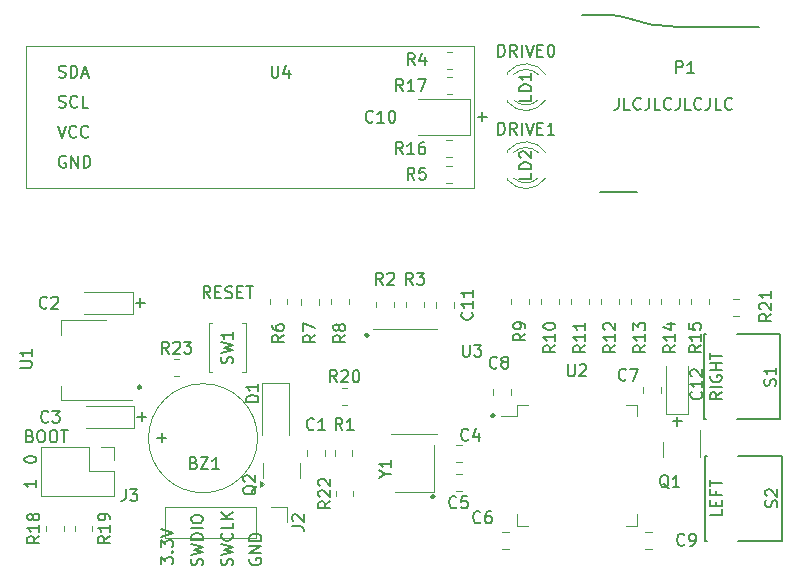
<source format=gbr>
G04 #@! TF.GenerationSoftware,KiCad,Pcbnew,8.0.7*
G04 #@! TF.CreationDate,2025-01-10T00:35:48-06:00*
G04 #@! TF.ProjectId,OpenFlops,4f70656e-466c-46f7-9073-2e6b69636164,1.0*
G04 #@! TF.SameCoordinates,PX72b28c8PY7654b98*
G04 #@! TF.FileFunction,Legend,Top*
G04 #@! TF.FilePolarity,Positive*
%FSLAX46Y46*%
G04 Gerber Fmt 4.6, Leading zero omitted, Abs format (unit mm)*
G04 Created by KiCad (PCBNEW 8.0.7) date 2025-01-10 00:35:48*
%MOMM*%
%LPD*%
G01*
G04 APERTURE LIST*
%ADD10C,0.239605*%
%ADD11C,0.150000*%
%ADD12C,0.120000*%
%ADD13C,0.127000*%
G04 APERTURE END LIST*
D10*
X40378802Y12954000D02*
G75*
G02*
X40139198Y12954000I-119802J0D01*
G01*
X40139198Y12954000D02*
G75*
G02*
X40378802Y12954000I119802J0D01*
G01*
X35298802Y6096000D02*
G75*
G02*
X35059198Y6096000I-119802J0D01*
G01*
X35059198Y6096000D02*
G75*
G02*
X35298802Y6096000I119802J0D01*
G01*
X29710802Y19759395D02*
G75*
G02*
X29471198Y19759395I-119802J0D01*
G01*
X29471198Y19759395D02*
G75*
G02*
X29710802Y19759395I119802J0D01*
G01*
X10459407Y15367000D02*
G75*
G02*
X10219803Y15367000I-119802J0D01*
G01*
X10219803Y15367000D02*
G75*
G02*
X10459407Y15367000I119802J0D01*
G01*
D11*
X50914493Y39865181D02*
X50914493Y39150896D01*
X50914493Y39150896D02*
X50866874Y39008039D01*
X50866874Y39008039D02*
X50771636Y38912800D01*
X50771636Y38912800D02*
X50628779Y38865181D01*
X50628779Y38865181D02*
X50533541Y38865181D01*
X51866874Y38865181D02*
X51390684Y38865181D01*
X51390684Y38865181D02*
X51390684Y39865181D01*
X52771636Y38960420D02*
X52724017Y38912800D01*
X52724017Y38912800D02*
X52581160Y38865181D01*
X52581160Y38865181D02*
X52485922Y38865181D01*
X52485922Y38865181D02*
X52343065Y38912800D01*
X52343065Y38912800D02*
X52247827Y39008039D01*
X52247827Y39008039D02*
X52200208Y39103277D01*
X52200208Y39103277D02*
X52152589Y39293753D01*
X52152589Y39293753D02*
X52152589Y39436610D01*
X52152589Y39436610D02*
X52200208Y39627086D01*
X52200208Y39627086D02*
X52247827Y39722324D01*
X52247827Y39722324D02*
X52343065Y39817562D01*
X52343065Y39817562D02*
X52485922Y39865181D01*
X52485922Y39865181D02*
X52581160Y39865181D01*
X52581160Y39865181D02*
X52724017Y39817562D01*
X52724017Y39817562D02*
X52771636Y39769943D01*
X53485922Y39865181D02*
X53485922Y39150896D01*
X53485922Y39150896D02*
X53438303Y39008039D01*
X53438303Y39008039D02*
X53343065Y38912800D01*
X53343065Y38912800D02*
X53200208Y38865181D01*
X53200208Y38865181D02*
X53104970Y38865181D01*
X54438303Y38865181D02*
X53962113Y38865181D01*
X53962113Y38865181D02*
X53962113Y39865181D01*
X55343065Y38960420D02*
X55295446Y38912800D01*
X55295446Y38912800D02*
X55152589Y38865181D01*
X55152589Y38865181D02*
X55057351Y38865181D01*
X55057351Y38865181D02*
X54914494Y38912800D01*
X54914494Y38912800D02*
X54819256Y39008039D01*
X54819256Y39008039D02*
X54771637Y39103277D01*
X54771637Y39103277D02*
X54724018Y39293753D01*
X54724018Y39293753D02*
X54724018Y39436610D01*
X54724018Y39436610D02*
X54771637Y39627086D01*
X54771637Y39627086D02*
X54819256Y39722324D01*
X54819256Y39722324D02*
X54914494Y39817562D01*
X54914494Y39817562D02*
X55057351Y39865181D01*
X55057351Y39865181D02*
X55152589Y39865181D01*
X55152589Y39865181D02*
X55295446Y39817562D01*
X55295446Y39817562D02*
X55343065Y39769943D01*
X56057351Y39865181D02*
X56057351Y39150896D01*
X56057351Y39150896D02*
X56009732Y39008039D01*
X56009732Y39008039D02*
X55914494Y38912800D01*
X55914494Y38912800D02*
X55771637Y38865181D01*
X55771637Y38865181D02*
X55676399Y38865181D01*
X57009732Y38865181D02*
X56533542Y38865181D01*
X56533542Y38865181D02*
X56533542Y39865181D01*
X57914494Y38960420D02*
X57866875Y38912800D01*
X57866875Y38912800D02*
X57724018Y38865181D01*
X57724018Y38865181D02*
X57628780Y38865181D01*
X57628780Y38865181D02*
X57485923Y38912800D01*
X57485923Y38912800D02*
X57390685Y39008039D01*
X57390685Y39008039D02*
X57343066Y39103277D01*
X57343066Y39103277D02*
X57295447Y39293753D01*
X57295447Y39293753D02*
X57295447Y39436610D01*
X57295447Y39436610D02*
X57343066Y39627086D01*
X57343066Y39627086D02*
X57390685Y39722324D01*
X57390685Y39722324D02*
X57485923Y39817562D01*
X57485923Y39817562D02*
X57628780Y39865181D01*
X57628780Y39865181D02*
X57724018Y39865181D01*
X57724018Y39865181D02*
X57866875Y39817562D01*
X57866875Y39817562D02*
X57914494Y39769943D01*
X58628780Y39865181D02*
X58628780Y39150896D01*
X58628780Y39150896D02*
X58581161Y39008039D01*
X58581161Y39008039D02*
X58485923Y38912800D01*
X58485923Y38912800D02*
X58343066Y38865181D01*
X58343066Y38865181D02*
X58247828Y38865181D01*
X59581161Y38865181D02*
X59104971Y38865181D01*
X59104971Y38865181D02*
X59104971Y39865181D01*
X60485923Y38960420D02*
X60438304Y38912800D01*
X60438304Y38912800D02*
X60295447Y38865181D01*
X60295447Y38865181D02*
X60200209Y38865181D01*
X60200209Y38865181D02*
X60057352Y38912800D01*
X60057352Y38912800D02*
X59962114Y39008039D01*
X59962114Y39008039D02*
X59914495Y39103277D01*
X59914495Y39103277D02*
X59866876Y39293753D01*
X59866876Y39293753D02*
X59866876Y39436610D01*
X59866876Y39436610D02*
X59914495Y39627086D01*
X59914495Y39627086D02*
X59962114Y39722324D01*
X59962114Y39722324D02*
X60057352Y39817562D01*
X60057352Y39817562D02*
X60200209Y39865181D01*
X60200209Y39865181D02*
X60295447Y39865181D01*
X60295447Y39865181D02*
X60438304Y39817562D01*
X60438304Y39817562D02*
X60485923Y39769943D01*
X55499048Y12499134D02*
X56260953Y12499134D01*
X55880000Y12118181D02*
X55880000Y12880086D01*
X12154819Y368542D02*
X12154819Y987589D01*
X12154819Y987589D02*
X12535771Y654256D01*
X12535771Y654256D02*
X12535771Y797113D01*
X12535771Y797113D02*
X12583390Y892351D01*
X12583390Y892351D02*
X12631009Y939970D01*
X12631009Y939970D02*
X12726247Y987589D01*
X12726247Y987589D02*
X12964342Y987589D01*
X12964342Y987589D02*
X13059580Y939970D01*
X13059580Y939970D02*
X13107200Y892351D01*
X13107200Y892351D02*
X13154819Y797113D01*
X13154819Y797113D02*
X13154819Y511399D01*
X13154819Y511399D02*
X13107200Y416161D01*
X13107200Y416161D02*
X13059580Y368542D01*
X13059580Y1416161D02*
X13107200Y1463780D01*
X13107200Y1463780D02*
X13154819Y1416161D01*
X13154819Y1416161D02*
X13107200Y1368542D01*
X13107200Y1368542D02*
X13059580Y1416161D01*
X13059580Y1416161D02*
X13154819Y1416161D01*
X12154819Y1797113D02*
X12154819Y2416160D01*
X12154819Y2416160D02*
X12535771Y2082827D01*
X12535771Y2082827D02*
X12535771Y2225684D01*
X12535771Y2225684D02*
X12583390Y2320922D01*
X12583390Y2320922D02*
X12631009Y2368541D01*
X12631009Y2368541D02*
X12726247Y2416160D01*
X12726247Y2416160D02*
X12964342Y2416160D01*
X12964342Y2416160D02*
X13059580Y2368541D01*
X13059580Y2368541D02*
X13107200Y2320922D01*
X13107200Y2320922D02*
X13154819Y2225684D01*
X13154819Y2225684D02*
X13154819Y1939970D01*
X13154819Y1939970D02*
X13107200Y1844732D01*
X13107200Y1844732D02*
X13059580Y1797113D01*
X12154819Y2701875D02*
X13154819Y3035208D01*
X13154819Y3035208D02*
X12154819Y3368541D01*
X18187200Y289161D02*
X18234819Y432018D01*
X18234819Y432018D02*
X18234819Y670113D01*
X18234819Y670113D02*
X18187200Y765351D01*
X18187200Y765351D02*
X18139580Y812970D01*
X18139580Y812970D02*
X18044342Y860589D01*
X18044342Y860589D02*
X17949104Y860589D01*
X17949104Y860589D02*
X17853866Y812970D01*
X17853866Y812970D02*
X17806247Y765351D01*
X17806247Y765351D02*
X17758628Y670113D01*
X17758628Y670113D02*
X17711009Y479637D01*
X17711009Y479637D02*
X17663390Y384399D01*
X17663390Y384399D02*
X17615771Y336780D01*
X17615771Y336780D02*
X17520533Y289161D01*
X17520533Y289161D02*
X17425295Y289161D01*
X17425295Y289161D02*
X17330057Y336780D01*
X17330057Y336780D02*
X17282438Y384399D01*
X17282438Y384399D02*
X17234819Y479637D01*
X17234819Y479637D02*
X17234819Y717732D01*
X17234819Y717732D02*
X17282438Y860589D01*
X17234819Y1193923D02*
X18234819Y1432018D01*
X18234819Y1432018D02*
X17520533Y1622494D01*
X17520533Y1622494D02*
X18234819Y1812970D01*
X18234819Y1812970D02*
X17234819Y2051065D01*
X18139580Y3003446D02*
X18187200Y2955827D01*
X18187200Y2955827D02*
X18234819Y2812970D01*
X18234819Y2812970D02*
X18234819Y2717732D01*
X18234819Y2717732D02*
X18187200Y2574875D01*
X18187200Y2574875D02*
X18091961Y2479637D01*
X18091961Y2479637D02*
X17996723Y2432018D01*
X17996723Y2432018D02*
X17806247Y2384399D01*
X17806247Y2384399D02*
X17663390Y2384399D01*
X17663390Y2384399D02*
X17472914Y2432018D01*
X17472914Y2432018D02*
X17377676Y2479637D01*
X17377676Y2479637D02*
X17282438Y2574875D01*
X17282438Y2574875D02*
X17234819Y2717732D01*
X17234819Y2717732D02*
X17234819Y2812970D01*
X17234819Y2812970D02*
X17282438Y2955827D01*
X17282438Y2955827D02*
X17330057Y3003446D01*
X18234819Y3908208D02*
X18234819Y3432018D01*
X18234819Y3432018D02*
X17234819Y3432018D01*
X18234819Y4241542D02*
X17234819Y4241542D01*
X18234819Y4812970D02*
X17663390Y4384399D01*
X17234819Y4812970D02*
X17806247Y4241542D01*
X19695438Y860589D02*
X19647819Y765351D01*
X19647819Y765351D02*
X19647819Y622494D01*
X19647819Y622494D02*
X19695438Y479637D01*
X19695438Y479637D02*
X19790676Y384399D01*
X19790676Y384399D02*
X19885914Y336780D01*
X19885914Y336780D02*
X20076390Y289161D01*
X20076390Y289161D02*
X20219247Y289161D01*
X20219247Y289161D02*
X20409723Y336780D01*
X20409723Y336780D02*
X20504961Y384399D01*
X20504961Y384399D02*
X20600200Y479637D01*
X20600200Y479637D02*
X20647819Y622494D01*
X20647819Y622494D02*
X20647819Y717732D01*
X20647819Y717732D02*
X20600200Y860589D01*
X20600200Y860589D02*
X20552580Y908208D01*
X20552580Y908208D02*
X20219247Y908208D01*
X20219247Y908208D02*
X20219247Y717732D01*
X20647819Y1336780D02*
X19647819Y1336780D01*
X19647819Y1336780D02*
X20647819Y1908208D01*
X20647819Y1908208D02*
X19647819Y1908208D01*
X20647819Y2384399D02*
X19647819Y2384399D01*
X19647819Y2384399D02*
X19647819Y2622494D01*
X19647819Y2622494D02*
X19695438Y2765351D01*
X19695438Y2765351D02*
X19790676Y2860589D01*
X19790676Y2860589D02*
X19885914Y2908208D01*
X19885914Y2908208D02*
X20076390Y2955827D01*
X20076390Y2955827D02*
X20219247Y2955827D01*
X20219247Y2955827D02*
X20409723Y2908208D01*
X20409723Y2908208D02*
X20504961Y2860589D01*
X20504961Y2860589D02*
X20600200Y2765351D01*
X20600200Y2765351D02*
X20647819Y2622494D01*
X20647819Y2622494D02*
X20647819Y2384399D01*
X1597819Y7492715D02*
X1597819Y6921287D01*
X1597819Y7207001D02*
X597819Y7207001D01*
X597819Y7207001D02*
X740676Y7111763D01*
X740676Y7111763D02*
X835914Y7016525D01*
X835914Y7016525D02*
X883533Y6921287D01*
X38989048Y38280134D02*
X39750953Y38280134D01*
X39370000Y37899181D02*
X39370000Y38661086D01*
X597819Y9191382D02*
X597819Y9286620D01*
X597819Y9286620D02*
X645438Y9381858D01*
X645438Y9381858D02*
X693057Y9429477D01*
X693057Y9429477D02*
X788295Y9477096D01*
X788295Y9477096D02*
X978771Y9524715D01*
X978771Y9524715D02*
X1216866Y9524715D01*
X1216866Y9524715D02*
X1407342Y9477096D01*
X1407342Y9477096D02*
X1502580Y9429477D01*
X1502580Y9429477D02*
X1550200Y9381858D01*
X1550200Y9381858D02*
X1597819Y9286620D01*
X1597819Y9286620D02*
X1597819Y9191382D01*
X1597819Y9191382D02*
X1550200Y9096144D01*
X1550200Y9096144D02*
X1502580Y9048525D01*
X1502580Y9048525D02*
X1407342Y9000906D01*
X1407342Y9000906D02*
X1216866Y8953287D01*
X1216866Y8953287D02*
X978771Y8953287D01*
X978771Y8953287D02*
X788295Y9000906D01*
X788295Y9000906D02*
X693057Y9048525D01*
X693057Y9048525D02*
X645438Y9096144D01*
X645438Y9096144D02*
X597819Y9191382D01*
X15647200Y289161D02*
X15694819Y432018D01*
X15694819Y432018D02*
X15694819Y670113D01*
X15694819Y670113D02*
X15647200Y765351D01*
X15647200Y765351D02*
X15599580Y812970D01*
X15599580Y812970D02*
X15504342Y860589D01*
X15504342Y860589D02*
X15409104Y860589D01*
X15409104Y860589D02*
X15313866Y812970D01*
X15313866Y812970D02*
X15266247Y765351D01*
X15266247Y765351D02*
X15218628Y670113D01*
X15218628Y670113D02*
X15171009Y479637D01*
X15171009Y479637D02*
X15123390Y384399D01*
X15123390Y384399D02*
X15075771Y336780D01*
X15075771Y336780D02*
X14980533Y289161D01*
X14980533Y289161D02*
X14885295Y289161D01*
X14885295Y289161D02*
X14790057Y336780D01*
X14790057Y336780D02*
X14742438Y384399D01*
X14742438Y384399D02*
X14694819Y479637D01*
X14694819Y479637D02*
X14694819Y717732D01*
X14694819Y717732D02*
X14742438Y860589D01*
X14694819Y1193923D02*
X15694819Y1432018D01*
X15694819Y1432018D02*
X14980533Y1622494D01*
X14980533Y1622494D02*
X15694819Y1812970D01*
X15694819Y1812970D02*
X14694819Y2051065D01*
X15694819Y2432018D02*
X14694819Y2432018D01*
X14694819Y2432018D02*
X14694819Y2670113D01*
X14694819Y2670113D02*
X14742438Y2812970D01*
X14742438Y2812970D02*
X14837676Y2908208D01*
X14837676Y2908208D02*
X14932914Y2955827D01*
X14932914Y2955827D02*
X15123390Y3003446D01*
X15123390Y3003446D02*
X15266247Y3003446D01*
X15266247Y3003446D02*
X15456723Y2955827D01*
X15456723Y2955827D02*
X15551961Y2908208D01*
X15551961Y2908208D02*
X15647200Y2812970D01*
X15647200Y2812970D02*
X15694819Y2670113D01*
X15694819Y2670113D02*
X15694819Y2432018D01*
X15694819Y3432018D02*
X14694819Y3432018D01*
X14694819Y4098684D02*
X14694819Y4289160D01*
X14694819Y4289160D02*
X14742438Y4384398D01*
X14742438Y4384398D02*
X14837676Y4479636D01*
X14837676Y4479636D02*
X15028152Y4527255D01*
X15028152Y4527255D02*
X15361485Y4527255D01*
X15361485Y4527255D02*
X15551961Y4479636D01*
X15551961Y4479636D02*
X15647200Y4384398D01*
X15647200Y4384398D02*
X15694819Y4289160D01*
X15694819Y4289160D02*
X15694819Y4098684D01*
X15694819Y4098684D02*
X15647200Y4003446D01*
X15647200Y4003446D02*
X15551961Y3908208D01*
X15551961Y3908208D02*
X15361485Y3860589D01*
X15361485Y3860589D02*
X15028152Y3860589D01*
X15028152Y3860589D02*
X14837676Y3908208D01*
X14837676Y3908208D02*
X14742438Y4003446D01*
X14742438Y4003446D02*
X14694819Y4098684D01*
X10033048Y22532134D02*
X10794953Y22532134D01*
X10414000Y22151181D02*
X10414000Y22913086D01*
X10160048Y12880134D02*
X10921953Y12880134D01*
X10541000Y12499181D02*
X10541000Y13261086D01*
X1055857Y11244991D02*
X1198714Y11197372D01*
X1198714Y11197372D02*
X1246333Y11149753D01*
X1246333Y11149753D02*
X1293952Y11054515D01*
X1293952Y11054515D02*
X1293952Y10911658D01*
X1293952Y10911658D02*
X1246333Y10816420D01*
X1246333Y10816420D02*
X1198714Y10768800D01*
X1198714Y10768800D02*
X1103476Y10721181D01*
X1103476Y10721181D02*
X722524Y10721181D01*
X722524Y10721181D02*
X722524Y11721181D01*
X722524Y11721181D02*
X1055857Y11721181D01*
X1055857Y11721181D02*
X1151095Y11673562D01*
X1151095Y11673562D02*
X1198714Y11625943D01*
X1198714Y11625943D02*
X1246333Y11530705D01*
X1246333Y11530705D02*
X1246333Y11435467D01*
X1246333Y11435467D02*
X1198714Y11340229D01*
X1198714Y11340229D02*
X1151095Y11292610D01*
X1151095Y11292610D02*
X1055857Y11244991D01*
X1055857Y11244991D02*
X722524Y11244991D01*
X1913000Y11721181D02*
X2103476Y11721181D01*
X2103476Y11721181D02*
X2198714Y11673562D01*
X2198714Y11673562D02*
X2293952Y11578324D01*
X2293952Y11578324D02*
X2341571Y11387848D01*
X2341571Y11387848D02*
X2341571Y11054515D01*
X2341571Y11054515D02*
X2293952Y10864039D01*
X2293952Y10864039D02*
X2198714Y10768800D01*
X2198714Y10768800D02*
X2103476Y10721181D01*
X2103476Y10721181D02*
X1913000Y10721181D01*
X1913000Y10721181D02*
X1817762Y10768800D01*
X1817762Y10768800D02*
X1722524Y10864039D01*
X1722524Y10864039D02*
X1674905Y11054515D01*
X1674905Y11054515D02*
X1674905Y11387848D01*
X1674905Y11387848D02*
X1722524Y11578324D01*
X1722524Y11578324D02*
X1817762Y11673562D01*
X1817762Y11673562D02*
X1913000Y11721181D01*
X2960619Y11721181D02*
X3151095Y11721181D01*
X3151095Y11721181D02*
X3246333Y11673562D01*
X3246333Y11673562D02*
X3341571Y11578324D01*
X3341571Y11578324D02*
X3389190Y11387848D01*
X3389190Y11387848D02*
X3389190Y11054515D01*
X3389190Y11054515D02*
X3341571Y10864039D01*
X3341571Y10864039D02*
X3246333Y10768800D01*
X3246333Y10768800D02*
X3151095Y10721181D01*
X3151095Y10721181D02*
X2960619Y10721181D01*
X2960619Y10721181D02*
X2865381Y10768800D01*
X2865381Y10768800D02*
X2770143Y10864039D01*
X2770143Y10864039D02*
X2722524Y11054515D01*
X2722524Y11054515D02*
X2722524Y11387848D01*
X2722524Y11387848D02*
X2770143Y11578324D01*
X2770143Y11578324D02*
X2865381Y11673562D01*
X2865381Y11673562D02*
X2960619Y11721181D01*
X3674905Y11721181D02*
X4246333Y11721181D01*
X3960619Y10721181D02*
X3960619Y11721181D01*
X12819142Y18213181D02*
X12485809Y18689372D01*
X12247714Y18213181D02*
X12247714Y19213181D01*
X12247714Y19213181D02*
X12628666Y19213181D01*
X12628666Y19213181D02*
X12723904Y19165562D01*
X12723904Y19165562D02*
X12771523Y19117943D01*
X12771523Y19117943D02*
X12819142Y19022705D01*
X12819142Y19022705D02*
X12819142Y18879848D01*
X12819142Y18879848D02*
X12771523Y18784610D01*
X12771523Y18784610D02*
X12723904Y18736991D01*
X12723904Y18736991D02*
X12628666Y18689372D01*
X12628666Y18689372D02*
X12247714Y18689372D01*
X13200095Y19117943D02*
X13247714Y19165562D01*
X13247714Y19165562D02*
X13342952Y19213181D01*
X13342952Y19213181D02*
X13581047Y19213181D01*
X13581047Y19213181D02*
X13676285Y19165562D01*
X13676285Y19165562D02*
X13723904Y19117943D01*
X13723904Y19117943D02*
X13771523Y19022705D01*
X13771523Y19022705D02*
X13771523Y18927467D01*
X13771523Y18927467D02*
X13723904Y18784610D01*
X13723904Y18784610D02*
X13152476Y18213181D01*
X13152476Y18213181D02*
X13771523Y18213181D01*
X14104857Y19213181D02*
X14723904Y19213181D01*
X14723904Y19213181D02*
X14390571Y18832229D01*
X14390571Y18832229D02*
X14533428Y18832229D01*
X14533428Y18832229D02*
X14628666Y18784610D01*
X14628666Y18784610D02*
X14676285Y18736991D01*
X14676285Y18736991D02*
X14723904Y18641753D01*
X14723904Y18641753D02*
X14723904Y18403658D01*
X14723904Y18403658D02*
X14676285Y18308420D01*
X14676285Y18308420D02*
X14628666Y18260800D01*
X14628666Y18260800D02*
X14533428Y18213181D01*
X14533428Y18213181D02*
X14247714Y18213181D01*
X14247714Y18213181D02*
X14152476Y18260800D01*
X14152476Y18260800D02*
X14104857Y18308420D01*
X26489819Y5707143D02*
X26013628Y5373810D01*
X26489819Y5135715D02*
X25489819Y5135715D01*
X25489819Y5135715D02*
X25489819Y5516667D01*
X25489819Y5516667D02*
X25537438Y5611905D01*
X25537438Y5611905D02*
X25585057Y5659524D01*
X25585057Y5659524D02*
X25680295Y5707143D01*
X25680295Y5707143D02*
X25823152Y5707143D01*
X25823152Y5707143D02*
X25918390Y5659524D01*
X25918390Y5659524D02*
X25966009Y5611905D01*
X25966009Y5611905D02*
X26013628Y5516667D01*
X26013628Y5516667D02*
X26013628Y5135715D01*
X25585057Y6088096D02*
X25537438Y6135715D01*
X25537438Y6135715D02*
X25489819Y6230953D01*
X25489819Y6230953D02*
X25489819Y6469048D01*
X25489819Y6469048D02*
X25537438Y6564286D01*
X25537438Y6564286D02*
X25585057Y6611905D01*
X25585057Y6611905D02*
X25680295Y6659524D01*
X25680295Y6659524D02*
X25775533Y6659524D01*
X25775533Y6659524D02*
X25918390Y6611905D01*
X25918390Y6611905D02*
X26489819Y6040477D01*
X26489819Y6040477D02*
X26489819Y6659524D01*
X25585057Y7040477D02*
X25537438Y7088096D01*
X25537438Y7088096D02*
X25489819Y7183334D01*
X25489819Y7183334D02*
X25489819Y7421429D01*
X25489819Y7421429D02*
X25537438Y7516667D01*
X25537438Y7516667D02*
X25585057Y7564286D01*
X25585057Y7564286D02*
X25680295Y7611905D01*
X25680295Y7611905D02*
X25775533Y7611905D01*
X25775533Y7611905D02*
X25918390Y7564286D01*
X25918390Y7564286D02*
X26489819Y6992858D01*
X26489819Y6992858D02*
X26489819Y7611905D01*
X20235057Y7016762D02*
X20187438Y6921524D01*
X20187438Y6921524D02*
X20092200Y6826286D01*
X20092200Y6826286D02*
X19949342Y6683429D01*
X19949342Y6683429D02*
X19901723Y6588191D01*
X19901723Y6588191D02*
X19901723Y6492953D01*
X20139819Y6540572D02*
X20092200Y6445334D01*
X20092200Y6445334D02*
X19996961Y6350096D01*
X19996961Y6350096D02*
X19806485Y6302477D01*
X19806485Y6302477D02*
X19473152Y6302477D01*
X19473152Y6302477D02*
X19282676Y6350096D01*
X19282676Y6350096D02*
X19187438Y6445334D01*
X19187438Y6445334D02*
X19139819Y6540572D01*
X19139819Y6540572D02*
X19139819Y6731048D01*
X19139819Y6731048D02*
X19187438Y6826286D01*
X19187438Y6826286D02*
X19282676Y6921524D01*
X19282676Y6921524D02*
X19473152Y6969143D01*
X19473152Y6969143D02*
X19806485Y6969143D01*
X19806485Y6969143D02*
X19996961Y6921524D01*
X19996961Y6921524D02*
X20092200Y6826286D01*
X20092200Y6826286D02*
X20139819Y6731048D01*
X20139819Y6731048D02*
X20139819Y6540572D01*
X19235057Y7350096D02*
X19187438Y7397715D01*
X19187438Y7397715D02*
X19139819Y7492953D01*
X19139819Y7492953D02*
X19139819Y7731048D01*
X19139819Y7731048D02*
X19187438Y7826286D01*
X19187438Y7826286D02*
X19235057Y7873905D01*
X19235057Y7873905D02*
X19330295Y7921524D01*
X19330295Y7921524D02*
X19425533Y7921524D01*
X19425533Y7921524D02*
X19568390Y7873905D01*
X19568390Y7873905D02*
X20139819Y7302477D01*
X20139819Y7302477D02*
X20139819Y7921524D01*
X23247819Y3603667D02*
X23962104Y3603667D01*
X23962104Y3603667D02*
X24104961Y3556048D01*
X24104961Y3556048D02*
X24200200Y3460810D01*
X24200200Y3460810D02*
X24247819Y3317953D01*
X24247819Y3317953D02*
X24247819Y3222715D01*
X23343057Y4032239D02*
X23295438Y4079858D01*
X23295438Y4079858D02*
X23247819Y4175096D01*
X23247819Y4175096D02*
X23247819Y4413191D01*
X23247819Y4413191D02*
X23295438Y4508429D01*
X23295438Y4508429D02*
X23343057Y4556048D01*
X23343057Y4556048D02*
X23438295Y4603667D01*
X23438295Y4603667D02*
X23533533Y4603667D01*
X23533533Y4603667D02*
X23676390Y4556048D01*
X23676390Y4556048D02*
X24247819Y3984620D01*
X24247819Y3984620D02*
X24247819Y4603667D01*
X20393819Y14120906D02*
X19393819Y14120906D01*
X19393819Y14120906D02*
X19393819Y14359001D01*
X19393819Y14359001D02*
X19441438Y14501858D01*
X19441438Y14501858D02*
X19536676Y14597096D01*
X19536676Y14597096D02*
X19631914Y14644715D01*
X19631914Y14644715D02*
X19822390Y14692334D01*
X19822390Y14692334D02*
X19965247Y14692334D01*
X19965247Y14692334D02*
X20155723Y14644715D01*
X20155723Y14644715D02*
X20250961Y14597096D01*
X20250961Y14597096D02*
X20346200Y14501858D01*
X20346200Y14501858D02*
X20393819Y14359001D01*
X20393819Y14359001D02*
X20393819Y14120906D01*
X20393819Y15644715D02*
X20393819Y15073287D01*
X20393819Y15359001D02*
X19393819Y15359001D01*
X19393819Y15359001D02*
X19536676Y15263763D01*
X19536676Y15263763D02*
X19631914Y15168525D01*
X19631914Y15168525D02*
X19679533Y15073287D01*
X14930047Y8958991D02*
X15072904Y8911372D01*
X15072904Y8911372D02*
X15120523Y8863753D01*
X15120523Y8863753D02*
X15168142Y8768515D01*
X15168142Y8768515D02*
X15168142Y8625658D01*
X15168142Y8625658D02*
X15120523Y8530420D01*
X15120523Y8530420D02*
X15072904Y8482800D01*
X15072904Y8482800D02*
X14977666Y8435181D01*
X14977666Y8435181D02*
X14596714Y8435181D01*
X14596714Y8435181D02*
X14596714Y9435181D01*
X14596714Y9435181D02*
X14930047Y9435181D01*
X14930047Y9435181D02*
X15025285Y9387562D01*
X15025285Y9387562D02*
X15072904Y9339943D01*
X15072904Y9339943D02*
X15120523Y9244705D01*
X15120523Y9244705D02*
X15120523Y9149467D01*
X15120523Y9149467D02*
X15072904Y9054229D01*
X15072904Y9054229D02*
X15025285Y9006610D01*
X15025285Y9006610D02*
X14930047Y8958991D01*
X14930047Y8958991D02*
X14596714Y8958991D01*
X15501476Y9435181D02*
X16168142Y9435181D01*
X16168142Y9435181D02*
X15501476Y8435181D01*
X15501476Y8435181D02*
X16168142Y8435181D01*
X17072904Y8435181D02*
X16501476Y8435181D01*
X16787190Y8435181D02*
X16787190Y9435181D01*
X16787190Y9435181D02*
X16691952Y9292324D01*
X16691952Y9292324D02*
X16596714Y9197086D01*
X16596714Y9197086D02*
X16501476Y9149467D01*
X11835048Y11075134D02*
X12596953Y11075134D01*
X12216000Y10694181D02*
X12216000Y11456086D01*
X55149761Y6815943D02*
X55054523Y6863562D01*
X55054523Y6863562D02*
X54959285Y6958800D01*
X54959285Y6958800D02*
X54816428Y7101658D01*
X54816428Y7101658D02*
X54721190Y7149277D01*
X54721190Y7149277D02*
X54625952Y7149277D01*
X54673571Y6911181D02*
X54578333Y6958800D01*
X54578333Y6958800D02*
X54483095Y7054039D01*
X54483095Y7054039D02*
X54435476Y7244515D01*
X54435476Y7244515D02*
X54435476Y7577848D01*
X54435476Y7577848D02*
X54483095Y7768324D01*
X54483095Y7768324D02*
X54578333Y7863562D01*
X54578333Y7863562D02*
X54673571Y7911181D01*
X54673571Y7911181D02*
X54864047Y7911181D01*
X54864047Y7911181D02*
X54959285Y7863562D01*
X54959285Y7863562D02*
X55054523Y7768324D01*
X55054523Y7768324D02*
X55102142Y7577848D01*
X55102142Y7577848D02*
X55102142Y7244515D01*
X55102142Y7244515D02*
X55054523Y7054039D01*
X55054523Y7054039D02*
X54959285Y6958800D01*
X54959285Y6958800D02*
X54864047Y6911181D01*
X54864047Y6911181D02*
X54673571Y6911181D01*
X56054523Y6911181D02*
X55483095Y6911181D01*
X55768809Y6911181D02*
X55768809Y7911181D01*
X55768809Y7911181D02*
X55673571Y7768324D01*
X55673571Y7768324D02*
X55578333Y7673086D01*
X55578333Y7673086D02*
X55483095Y7625467D01*
X40600333Y17039420D02*
X40552714Y16991800D01*
X40552714Y16991800D02*
X40409857Y16944181D01*
X40409857Y16944181D02*
X40314619Y16944181D01*
X40314619Y16944181D02*
X40171762Y16991800D01*
X40171762Y16991800D02*
X40076524Y17087039D01*
X40076524Y17087039D02*
X40028905Y17182277D01*
X40028905Y17182277D02*
X39981286Y17372753D01*
X39981286Y17372753D02*
X39981286Y17515610D01*
X39981286Y17515610D02*
X40028905Y17706086D01*
X40028905Y17706086D02*
X40076524Y17801324D01*
X40076524Y17801324D02*
X40171762Y17896562D01*
X40171762Y17896562D02*
X40314619Y17944181D01*
X40314619Y17944181D02*
X40409857Y17944181D01*
X40409857Y17944181D02*
X40552714Y17896562D01*
X40552714Y17896562D02*
X40600333Y17848943D01*
X41171762Y17515610D02*
X41076524Y17563229D01*
X41076524Y17563229D02*
X41028905Y17610848D01*
X41028905Y17610848D02*
X40981286Y17706086D01*
X40981286Y17706086D02*
X40981286Y17753705D01*
X40981286Y17753705D02*
X41028905Y17848943D01*
X41028905Y17848943D02*
X41076524Y17896562D01*
X41076524Y17896562D02*
X41171762Y17944181D01*
X41171762Y17944181D02*
X41362238Y17944181D01*
X41362238Y17944181D02*
X41457476Y17896562D01*
X41457476Y17896562D02*
X41505095Y17848943D01*
X41505095Y17848943D02*
X41552714Y17753705D01*
X41552714Y17753705D02*
X41552714Y17706086D01*
X41552714Y17706086D02*
X41505095Y17610848D01*
X41505095Y17610848D02*
X41457476Y17563229D01*
X41457476Y17563229D02*
X41362238Y17515610D01*
X41362238Y17515610D02*
X41171762Y17515610D01*
X41171762Y17515610D02*
X41076524Y17467991D01*
X41076524Y17467991D02*
X41028905Y17420372D01*
X41028905Y17420372D02*
X40981286Y17325134D01*
X40981286Y17325134D02*
X40981286Y17134658D01*
X40981286Y17134658D02*
X41028905Y17039420D01*
X41028905Y17039420D02*
X41076524Y16991800D01*
X41076524Y16991800D02*
X41171762Y16944181D01*
X41171762Y16944181D02*
X41362238Y16944181D01*
X41362238Y16944181D02*
X41457476Y16991800D01*
X41457476Y16991800D02*
X41505095Y17039420D01*
X41505095Y17039420D02*
X41552714Y17134658D01*
X41552714Y17134658D02*
X41552714Y17325134D01*
X41552714Y17325134D02*
X41505095Y17420372D01*
X41505095Y17420372D02*
X41457476Y17467991D01*
X41457476Y17467991D02*
X41362238Y17515610D01*
X37719095Y18960181D02*
X37719095Y18150658D01*
X37719095Y18150658D02*
X37766714Y18055420D01*
X37766714Y18055420D02*
X37814333Y18007800D01*
X37814333Y18007800D02*
X37909571Y17960181D01*
X37909571Y17960181D02*
X38100047Y17960181D01*
X38100047Y17960181D02*
X38195285Y18007800D01*
X38195285Y18007800D02*
X38242904Y18055420D01*
X38242904Y18055420D02*
X38290523Y18150658D01*
X38290523Y18150658D02*
X38290523Y18960181D01*
X38671476Y18960181D02*
X39290523Y18960181D01*
X39290523Y18960181D02*
X38957190Y18579229D01*
X38957190Y18579229D02*
X39100047Y18579229D01*
X39100047Y18579229D02*
X39195285Y18531610D01*
X39195285Y18531610D02*
X39242904Y18483991D01*
X39242904Y18483991D02*
X39290523Y18388753D01*
X39290523Y18388753D02*
X39290523Y18150658D01*
X39290523Y18150658D02*
X39242904Y18055420D01*
X39242904Y18055420D02*
X39195285Y18007800D01*
X39195285Y18007800D02*
X39100047Y17960181D01*
X39100047Y17960181D02*
X38814333Y17960181D01*
X38814333Y17960181D02*
X38719095Y18007800D01*
X38719095Y18007800D02*
X38671476Y18055420D01*
X38187333Y10943420D02*
X38139714Y10895800D01*
X38139714Y10895800D02*
X37996857Y10848181D01*
X37996857Y10848181D02*
X37901619Y10848181D01*
X37901619Y10848181D02*
X37758762Y10895800D01*
X37758762Y10895800D02*
X37663524Y10991039D01*
X37663524Y10991039D02*
X37615905Y11086277D01*
X37615905Y11086277D02*
X37568286Y11276753D01*
X37568286Y11276753D02*
X37568286Y11419610D01*
X37568286Y11419610D02*
X37615905Y11610086D01*
X37615905Y11610086D02*
X37663524Y11705324D01*
X37663524Y11705324D02*
X37758762Y11800562D01*
X37758762Y11800562D02*
X37901619Y11848181D01*
X37901619Y11848181D02*
X37996857Y11848181D01*
X37996857Y11848181D02*
X38139714Y11800562D01*
X38139714Y11800562D02*
X38187333Y11752943D01*
X39044476Y11514848D02*
X39044476Y10848181D01*
X38806381Y11895800D02*
X38568286Y11181515D01*
X38568286Y11181515D02*
X39187333Y11181515D01*
X2500333Y22119420D02*
X2452714Y22071800D01*
X2452714Y22071800D02*
X2309857Y22024181D01*
X2309857Y22024181D02*
X2214619Y22024181D01*
X2214619Y22024181D02*
X2071762Y22071800D01*
X2071762Y22071800D02*
X1976524Y22167039D01*
X1976524Y22167039D02*
X1928905Y22262277D01*
X1928905Y22262277D02*
X1881286Y22452753D01*
X1881286Y22452753D02*
X1881286Y22595610D01*
X1881286Y22595610D02*
X1928905Y22786086D01*
X1928905Y22786086D02*
X1976524Y22881324D01*
X1976524Y22881324D02*
X2071762Y22976562D01*
X2071762Y22976562D02*
X2214619Y23024181D01*
X2214619Y23024181D02*
X2309857Y23024181D01*
X2309857Y23024181D02*
X2452714Y22976562D01*
X2452714Y22976562D02*
X2500333Y22928943D01*
X2881286Y22928943D02*
X2928905Y22976562D01*
X2928905Y22976562D02*
X3024143Y23024181D01*
X3024143Y23024181D02*
X3262238Y23024181D01*
X3262238Y23024181D02*
X3357476Y22976562D01*
X3357476Y22976562D02*
X3405095Y22928943D01*
X3405095Y22928943D02*
X3452714Y22833705D01*
X3452714Y22833705D02*
X3452714Y22738467D01*
X3452714Y22738467D02*
X3405095Y22595610D01*
X3405095Y22595610D02*
X2833667Y22024181D01*
X2833667Y22024181D02*
X3452714Y22024181D01*
X42999819Y19899334D02*
X42523628Y19566001D01*
X42999819Y19327906D02*
X41999819Y19327906D01*
X41999819Y19327906D02*
X41999819Y19708858D01*
X41999819Y19708858D02*
X42047438Y19804096D01*
X42047438Y19804096D02*
X42095057Y19851715D01*
X42095057Y19851715D02*
X42190295Y19899334D01*
X42190295Y19899334D02*
X42333152Y19899334D01*
X42333152Y19899334D02*
X42428390Y19851715D01*
X42428390Y19851715D02*
X42476009Y19804096D01*
X42476009Y19804096D02*
X42523628Y19708858D01*
X42523628Y19708858D02*
X42523628Y19327906D01*
X42999819Y20375525D02*
X42999819Y20566001D01*
X42999819Y20566001D02*
X42952200Y20661239D01*
X42952200Y20661239D02*
X42904580Y20708858D01*
X42904580Y20708858D02*
X42761723Y20804096D01*
X42761723Y20804096D02*
X42571247Y20851715D01*
X42571247Y20851715D02*
X42190295Y20851715D01*
X42190295Y20851715D02*
X42095057Y20804096D01*
X42095057Y20804096D02*
X42047438Y20756477D01*
X42047438Y20756477D02*
X41999819Y20661239D01*
X41999819Y20661239D02*
X41999819Y20470763D01*
X41999819Y20470763D02*
X42047438Y20375525D01*
X42047438Y20375525D02*
X42095057Y20327906D01*
X42095057Y20327906D02*
X42190295Y20280287D01*
X42190295Y20280287D02*
X42428390Y20280287D01*
X42428390Y20280287D02*
X42523628Y20327906D01*
X42523628Y20327906D02*
X42571247Y20375525D01*
X42571247Y20375525D02*
X42618866Y20470763D01*
X42618866Y20470763D02*
X42618866Y20661239D01*
X42618866Y20661239D02*
X42571247Y20756477D01*
X42571247Y20756477D02*
X42523628Y20804096D01*
X42523628Y20804096D02*
X42428390Y20851715D01*
X216819Y17018096D02*
X1026342Y17018096D01*
X1026342Y17018096D02*
X1121580Y17065715D01*
X1121580Y17065715D02*
X1169200Y17113334D01*
X1169200Y17113334D02*
X1216819Y17208572D01*
X1216819Y17208572D02*
X1216819Y17399048D01*
X1216819Y17399048D02*
X1169200Y17494286D01*
X1169200Y17494286D02*
X1121580Y17541905D01*
X1121580Y17541905D02*
X1026342Y17589524D01*
X1026342Y17589524D02*
X216819Y17589524D01*
X1216819Y18589524D02*
X1216819Y18018096D01*
X1216819Y18303810D02*
X216819Y18303810D01*
X216819Y18303810D02*
X359676Y18208572D01*
X359676Y18208572D02*
X454914Y18113334D01*
X454914Y18113334D02*
X502533Y18018096D01*
X30948333Y24056181D02*
X30615000Y24532372D01*
X30376905Y24056181D02*
X30376905Y25056181D01*
X30376905Y25056181D02*
X30757857Y25056181D01*
X30757857Y25056181D02*
X30853095Y25008562D01*
X30853095Y25008562D02*
X30900714Y24960943D01*
X30900714Y24960943D02*
X30948333Y24865705D01*
X30948333Y24865705D02*
X30948333Y24722848D01*
X30948333Y24722848D02*
X30900714Y24627610D01*
X30900714Y24627610D02*
X30853095Y24579991D01*
X30853095Y24579991D02*
X30757857Y24532372D01*
X30757857Y24532372D02*
X30376905Y24532372D01*
X31329286Y24960943D02*
X31376905Y25008562D01*
X31376905Y25008562D02*
X31472143Y25056181D01*
X31472143Y25056181D02*
X31710238Y25056181D01*
X31710238Y25056181D02*
X31805476Y25008562D01*
X31805476Y25008562D02*
X31853095Y24960943D01*
X31853095Y24960943D02*
X31900714Y24865705D01*
X31900714Y24865705D02*
X31900714Y24770467D01*
X31900714Y24770467D02*
X31853095Y24627610D01*
X31853095Y24627610D02*
X31281667Y24056181D01*
X31281667Y24056181D02*
X31900714Y24056181D01*
X1851819Y2754143D02*
X1375628Y2420810D01*
X1851819Y2182715D02*
X851819Y2182715D01*
X851819Y2182715D02*
X851819Y2563667D01*
X851819Y2563667D02*
X899438Y2658905D01*
X899438Y2658905D02*
X947057Y2706524D01*
X947057Y2706524D02*
X1042295Y2754143D01*
X1042295Y2754143D02*
X1185152Y2754143D01*
X1185152Y2754143D02*
X1280390Y2706524D01*
X1280390Y2706524D02*
X1328009Y2658905D01*
X1328009Y2658905D02*
X1375628Y2563667D01*
X1375628Y2563667D02*
X1375628Y2182715D01*
X1851819Y3706524D02*
X1851819Y3135096D01*
X1851819Y3420810D02*
X851819Y3420810D01*
X851819Y3420810D02*
X994676Y3325572D01*
X994676Y3325572D02*
X1089914Y3230334D01*
X1089914Y3230334D02*
X1137533Y3135096D01*
X1280390Y4277953D02*
X1232771Y4182715D01*
X1232771Y4182715D02*
X1185152Y4135096D01*
X1185152Y4135096D02*
X1089914Y4087477D01*
X1089914Y4087477D02*
X1042295Y4087477D01*
X1042295Y4087477D02*
X947057Y4135096D01*
X947057Y4135096D02*
X899438Y4182715D01*
X899438Y4182715D02*
X851819Y4277953D01*
X851819Y4277953D02*
X851819Y4468429D01*
X851819Y4468429D02*
X899438Y4563667D01*
X899438Y4563667D02*
X947057Y4611286D01*
X947057Y4611286D02*
X1042295Y4658905D01*
X1042295Y4658905D02*
X1089914Y4658905D01*
X1089914Y4658905D02*
X1185152Y4611286D01*
X1185152Y4611286D02*
X1232771Y4563667D01*
X1232771Y4563667D02*
X1280390Y4468429D01*
X1280390Y4468429D02*
X1280390Y4277953D01*
X1280390Y4277953D02*
X1328009Y4182715D01*
X1328009Y4182715D02*
X1375628Y4135096D01*
X1375628Y4135096D02*
X1470866Y4087477D01*
X1470866Y4087477D02*
X1661342Y4087477D01*
X1661342Y4087477D02*
X1756580Y4135096D01*
X1756580Y4135096D02*
X1804200Y4182715D01*
X1804200Y4182715D02*
X1851819Y4277953D01*
X1851819Y4277953D02*
X1851819Y4468429D01*
X1851819Y4468429D02*
X1804200Y4563667D01*
X1804200Y4563667D02*
X1756580Y4611286D01*
X1756580Y4611286D02*
X1661342Y4658905D01*
X1661342Y4658905D02*
X1470866Y4658905D01*
X1470866Y4658905D02*
X1375628Y4611286D01*
X1375628Y4611286D02*
X1328009Y4563667D01*
X1328009Y4563667D02*
X1280390Y4468429D01*
X32631142Y35105181D02*
X32297809Y35581372D01*
X32059714Y35105181D02*
X32059714Y36105181D01*
X32059714Y36105181D02*
X32440666Y36105181D01*
X32440666Y36105181D02*
X32535904Y36057562D01*
X32535904Y36057562D02*
X32583523Y36009943D01*
X32583523Y36009943D02*
X32631142Y35914705D01*
X32631142Y35914705D02*
X32631142Y35771848D01*
X32631142Y35771848D02*
X32583523Y35676610D01*
X32583523Y35676610D02*
X32535904Y35628991D01*
X32535904Y35628991D02*
X32440666Y35581372D01*
X32440666Y35581372D02*
X32059714Y35581372D01*
X33583523Y35105181D02*
X33012095Y35105181D01*
X33297809Y35105181D02*
X33297809Y36105181D01*
X33297809Y36105181D02*
X33202571Y35962324D01*
X33202571Y35962324D02*
X33107333Y35867086D01*
X33107333Y35867086D02*
X33012095Y35819467D01*
X34440666Y36105181D02*
X34250190Y36105181D01*
X34250190Y36105181D02*
X34154952Y36057562D01*
X34154952Y36057562D02*
X34107333Y36009943D01*
X34107333Y36009943D02*
X34012095Y35867086D01*
X34012095Y35867086D02*
X33964476Y35676610D01*
X33964476Y35676610D02*
X33964476Y35295658D01*
X33964476Y35295658D02*
X34012095Y35200420D01*
X34012095Y35200420D02*
X34059714Y35152800D01*
X34059714Y35152800D02*
X34154952Y35105181D01*
X34154952Y35105181D02*
X34345428Y35105181D01*
X34345428Y35105181D02*
X34440666Y35152800D01*
X34440666Y35152800D02*
X34488285Y35200420D01*
X34488285Y35200420D02*
X34535904Y35295658D01*
X34535904Y35295658D02*
X34535904Y35533753D01*
X34535904Y35533753D02*
X34488285Y35628991D01*
X34488285Y35628991D02*
X34440666Y35676610D01*
X34440666Y35676610D02*
X34345428Y35724229D01*
X34345428Y35724229D02*
X34154952Y35724229D01*
X34154952Y35724229D02*
X34059714Y35676610D01*
X34059714Y35676610D02*
X34012095Y35628991D01*
X34012095Y35628991D02*
X33964476Y35533753D01*
X50619819Y18915143D02*
X50143628Y18581810D01*
X50619819Y18343715D02*
X49619819Y18343715D01*
X49619819Y18343715D02*
X49619819Y18724667D01*
X49619819Y18724667D02*
X49667438Y18819905D01*
X49667438Y18819905D02*
X49715057Y18867524D01*
X49715057Y18867524D02*
X49810295Y18915143D01*
X49810295Y18915143D02*
X49953152Y18915143D01*
X49953152Y18915143D02*
X50048390Y18867524D01*
X50048390Y18867524D02*
X50096009Y18819905D01*
X50096009Y18819905D02*
X50143628Y18724667D01*
X50143628Y18724667D02*
X50143628Y18343715D01*
X50619819Y19867524D02*
X50619819Y19296096D01*
X50619819Y19581810D02*
X49619819Y19581810D01*
X49619819Y19581810D02*
X49762676Y19486572D01*
X49762676Y19486572D02*
X49857914Y19391334D01*
X49857914Y19391334D02*
X49905533Y19296096D01*
X49715057Y20248477D02*
X49667438Y20296096D01*
X49667438Y20296096D02*
X49619819Y20391334D01*
X49619819Y20391334D02*
X49619819Y20629429D01*
X49619819Y20629429D02*
X49667438Y20724667D01*
X49667438Y20724667D02*
X49715057Y20772286D01*
X49715057Y20772286D02*
X49810295Y20819905D01*
X49810295Y20819905D02*
X49905533Y20819905D01*
X49905533Y20819905D02*
X50048390Y20772286D01*
X50048390Y20772286D02*
X50619819Y20200858D01*
X50619819Y20200858D02*
X50619819Y20819905D01*
X51522333Y16023420D02*
X51474714Y15975800D01*
X51474714Y15975800D02*
X51331857Y15928181D01*
X51331857Y15928181D02*
X51236619Y15928181D01*
X51236619Y15928181D02*
X51093762Y15975800D01*
X51093762Y15975800D02*
X50998524Y16071039D01*
X50998524Y16071039D02*
X50950905Y16166277D01*
X50950905Y16166277D02*
X50903286Y16356753D01*
X50903286Y16356753D02*
X50903286Y16499610D01*
X50903286Y16499610D02*
X50950905Y16690086D01*
X50950905Y16690086D02*
X50998524Y16785324D01*
X50998524Y16785324D02*
X51093762Y16880562D01*
X51093762Y16880562D02*
X51236619Y16928181D01*
X51236619Y16928181D02*
X51331857Y16928181D01*
X51331857Y16928181D02*
X51474714Y16880562D01*
X51474714Y16880562D02*
X51522333Y16832943D01*
X51855667Y16928181D02*
X52522333Y16928181D01*
X52522333Y16928181D02*
X52093762Y15928181D01*
X48079819Y18915143D02*
X47603628Y18581810D01*
X48079819Y18343715D02*
X47079819Y18343715D01*
X47079819Y18343715D02*
X47079819Y18724667D01*
X47079819Y18724667D02*
X47127438Y18819905D01*
X47127438Y18819905D02*
X47175057Y18867524D01*
X47175057Y18867524D02*
X47270295Y18915143D01*
X47270295Y18915143D02*
X47413152Y18915143D01*
X47413152Y18915143D02*
X47508390Y18867524D01*
X47508390Y18867524D02*
X47556009Y18819905D01*
X47556009Y18819905D02*
X47603628Y18724667D01*
X47603628Y18724667D02*
X47603628Y18343715D01*
X48079819Y19867524D02*
X48079819Y19296096D01*
X48079819Y19581810D02*
X47079819Y19581810D01*
X47079819Y19581810D02*
X47222676Y19486572D01*
X47222676Y19486572D02*
X47317914Y19391334D01*
X47317914Y19391334D02*
X47365533Y19296096D01*
X48079819Y20819905D02*
X48079819Y20248477D01*
X48079819Y20534191D02*
X47079819Y20534191D01*
X47079819Y20534191D02*
X47222676Y20438953D01*
X47222676Y20438953D02*
X47317914Y20343715D01*
X47317914Y20343715D02*
X47365533Y20248477D01*
X39203333Y3958420D02*
X39155714Y3910800D01*
X39155714Y3910800D02*
X39012857Y3863181D01*
X39012857Y3863181D02*
X38917619Y3863181D01*
X38917619Y3863181D02*
X38774762Y3910800D01*
X38774762Y3910800D02*
X38679524Y4006039D01*
X38679524Y4006039D02*
X38631905Y4101277D01*
X38631905Y4101277D02*
X38584286Y4291753D01*
X38584286Y4291753D02*
X38584286Y4434610D01*
X38584286Y4434610D02*
X38631905Y4625086D01*
X38631905Y4625086D02*
X38679524Y4720324D01*
X38679524Y4720324D02*
X38774762Y4815562D01*
X38774762Y4815562D02*
X38917619Y4863181D01*
X38917619Y4863181D02*
X39012857Y4863181D01*
X39012857Y4863181D02*
X39155714Y4815562D01*
X39155714Y4815562D02*
X39203333Y4767943D01*
X40060476Y4863181D02*
X39870000Y4863181D01*
X39870000Y4863181D02*
X39774762Y4815562D01*
X39774762Y4815562D02*
X39727143Y4767943D01*
X39727143Y4767943D02*
X39631905Y4625086D01*
X39631905Y4625086D02*
X39584286Y4434610D01*
X39584286Y4434610D02*
X39584286Y4053658D01*
X39584286Y4053658D02*
X39631905Y3958420D01*
X39631905Y3958420D02*
X39679524Y3910800D01*
X39679524Y3910800D02*
X39774762Y3863181D01*
X39774762Y3863181D02*
X39965238Y3863181D01*
X39965238Y3863181D02*
X40060476Y3910800D01*
X40060476Y3910800D02*
X40108095Y3958420D01*
X40108095Y3958420D02*
X40155714Y4053658D01*
X40155714Y4053658D02*
X40155714Y4291753D01*
X40155714Y4291753D02*
X40108095Y4386991D01*
X40108095Y4386991D02*
X40060476Y4434610D01*
X40060476Y4434610D02*
X39965238Y4482229D01*
X39965238Y4482229D02*
X39774762Y4482229D01*
X39774762Y4482229D02*
X39679524Y4434610D01*
X39679524Y4434610D02*
X39631905Y4386991D01*
X39631905Y4386991D02*
X39584286Y4291753D01*
X37171333Y5228420D02*
X37123714Y5180800D01*
X37123714Y5180800D02*
X36980857Y5133181D01*
X36980857Y5133181D02*
X36885619Y5133181D01*
X36885619Y5133181D02*
X36742762Y5180800D01*
X36742762Y5180800D02*
X36647524Y5276039D01*
X36647524Y5276039D02*
X36599905Y5371277D01*
X36599905Y5371277D02*
X36552286Y5561753D01*
X36552286Y5561753D02*
X36552286Y5704610D01*
X36552286Y5704610D02*
X36599905Y5895086D01*
X36599905Y5895086D02*
X36647524Y5990324D01*
X36647524Y5990324D02*
X36742762Y6085562D01*
X36742762Y6085562D02*
X36885619Y6133181D01*
X36885619Y6133181D02*
X36980857Y6133181D01*
X36980857Y6133181D02*
X37123714Y6085562D01*
X37123714Y6085562D02*
X37171333Y6037943D01*
X38076095Y6133181D02*
X37599905Y6133181D01*
X37599905Y6133181D02*
X37552286Y5656991D01*
X37552286Y5656991D02*
X37599905Y5704610D01*
X37599905Y5704610D02*
X37695143Y5752229D01*
X37695143Y5752229D02*
X37933238Y5752229D01*
X37933238Y5752229D02*
X38028476Y5704610D01*
X38028476Y5704610D02*
X38076095Y5656991D01*
X38076095Y5656991D02*
X38123714Y5561753D01*
X38123714Y5561753D02*
X38123714Y5323658D01*
X38123714Y5323658D02*
X38076095Y5228420D01*
X38076095Y5228420D02*
X38028476Y5180800D01*
X38028476Y5180800D02*
X37933238Y5133181D01*
X37933238Y5133181D02*
X37695143Y5133181D01*
X37695143Y5133181D02*
X37599905Y5180800D01*
X37599905Y5180800D02*
X37552286Y5228420D01*
X32654642Y40439181D02*
X32321309Y40915372D01*
X32083214Y40439181D02*
X32083214Y41439181D01*
X32083214Y41439181D02*
X32464166Y41439181D01*
X32464166Y41439181D02*
X32559404Y41391562D01*
X32559404Y41391562D02*
X32607023Y41343943D01*
X32607023Y41343943D02*
X32654642Y41248705D01*
X32654642Y41248705D02*
X32654642Y41105848D01*
X32654642Y41105848D02*
X32607023Y41010610D01*
X32607023Y41010610D02*
X32559404Y40962991D01*
X32559404Y40962991D02*
X32464166Y40915372D01*
X32464166Y40915372D02*
X32083214Y40915372D01*
X33607023Y40439181D02*
X33035595Y40439181D01*
X33321309Y40439181D02*
X33321309Y41439181D01*
X33321309Y41439181D02*
X33226071Y41296324D01*
X33226071Y41296324D02*
X33130833Y41201086D01*
X33130833Y41201086D02*
X33035595Y41153467D01*
X33940357Y41439181D02*
X34607023Y41439181D01*
X34607023Y41439181D02*
X34178452Y40439181D01*
X25106333Y11832420D02*
X25058714Y11784800D01*
X25058714Y11784800D02*
X24915857Y11737181D01*
X24915857Y11737181D02*
X24820619Y11737181D01*
X24820619Y11737181D02*
X24677762Y11784800D01*
X24677762Y11784800D02*
X24582524Y11880039D01*
X24582524Y11880039D02*
X24534905Y11975277D01*
X24534905Y11975277D02*
X24487286Y12165753D01*
X24487286Y12165753D02*
X24487286Y12308610D01*
X24487286Y12308610D02*
X24534905Y12499086D01*
X24534905Y12499086D02*
X24582524Y12594324D01*
X24582524Y12594324D02*
X24677762Y12689562D01*
X24677762Y12689562D02*
X24820619Y12737181D01*
X24820619Y12737181D02*
X24915857Y12737181D01*
X24915857Y12737181D02*
X25058714Y12689562D01*
X25058714Y12689562D02*
X25106333Y12641943D01*
X26058714Y11737181D02*
X25487286Y11737181D01*
X25773000Y11737181D02*
X25773000Y12737181D01*
X25773000Y12737181D02*
X25677762Y12594324D01*
X25677762Y12594324D02*
X25582524Y12499086D01*
X25582524Y12499086D02*
X25487286Y12451467D01*
X38459580Y21709143D02*
X38507200Y21661524D01*
X38507200Y21661524D02*
X38554819Y21518667D01*
X38554819Y21518667D02*
X38554819Y21423429D01*
X38554819Y21423429D02*
X38507200Y21280572D01*
X38507200Y21280572D02*
X38411961Y21185334D01*
X38411961Y21185334D02*
X38316723Y21137715D01*
X38316723Y21137715D02*
X38126247Y21090096D01*
X38126247Y21090096D02*
X37983390Y21090096D01*
X37983390Y21090096D02*
X37792914Y21137715D01*
X37792914Y21137715D02*
X37697676Y21185334D01*
X37697676Y21185334D02*
X37602438Y21280572D01*
X37602438Y21280572D02*
X37554819Y21423429D01*
X37554819Y21423429D02*
X37554819Y21518667D01*
X37554819Y21518667D02*
X37602438Y21661524D01*
X37602438Y21661524D02*
X37650057Y21709143D01*
X38554819Y22661524D02*
X38554819Y22090096D01*
X38554819Y22375810D02*
X37554819Y22375810D01*
X37554819Y22375810D02*
X37697676Y22280572D01*
X37697676Y22280572D02*
X37792914Y22185334D01*
X37792914Y22185334D02*
X37840533Y22090096D01*
X38554819Y23613905D02*
X38554819Y23042477D01*
X38554819Y23328191D02*
X37554819Y23328191D01*
X37554819Y23328191D02*
X37697676Y23232953D01*
X37697676Y23232953D02*
X37792914Y23137715D01*
X37792914Y23137715D02*
X37840533Y23042477D01*
X45539819Y18915143D02*
X45063628Y18581810D01*
X45539819Y18343715D02*
X44539819Y18343715D01*
X44539819Y18343715D02*
X44539819Y18724667D01*
X44539819Y18724667D02*
X44587438Y18819905D01*
X44587438Y18819905D02*
X44635057Y18867524D01*
X44635057Y18867524D02*
X44730295Y18915143D01*
X44730295Y18915143D02*
X44873152Y18915143D01*
X44873152Y18915143D02*
X44968390Y18867524D01*
X44968390Y18867524D02*
X45016009Y18819905D01*
X45016009Y18819905D02*
X45063628Y18724667D01*
X45063628Y18724667D02*
X45063628Y18343715D01*
X45539819Y19867524D02*
X45539819Y19296096D01*
X45539819Y19581810D02*
X44539819Y19581810D01*
X44539819Y19581810D02*
X44682676Y19486572D01*
X44682676Y19486572D02*
X44777914Y19391334D01*
X44777914Y19391334D02*
X44825533Y19296096D01*
X44539819Y20486572D02*
X44539819Y20581810D01*
X44539819Y20581810D02*
X44587438Y20677048D01*
X44587438Y20677048D02*
X44635057Y20724667D01*
X44635057Y20724667D02*
X44730295Y20772286D01*
X44730295Y20772286D02*
X44920771Y20819905D01*
X44920771Y20819905D02*
X45158866Y20819905D01*
X45158866Y20819905D02*
X45349342Y20772286D01*
X45349342Y20772286D02*
X45444580Y20724667D01*
X45444580Y20724667D02*
X45492200Y20677048D01*
X45492200Y20677048D02*
X45539819Y20581810D01*
X45539819Y20581810D02*
X45539819Y20486572D01*
X45539819Y20486572D02*
X45492200Y20391334D01*
X45492200Y20391334D02*
X45444580Y20343715D01*
X45444580Y20343715D02*
X45349342Y20296096D01*
X45349342Y20296096D02*
X45158866Y20248477D01*
X45158866Y20248477D02*
X44920771Y20248477D01*
X44920771Y20248477D02*
X44730295Y20296096D01*
X44730295Y20296096D02*
X44635057Y20343715D01*
X44635057Y20343715D02*
X44587438Y20391334D01*
X44587438Y20391334D02*
X44539819Y20486572D01*
X2627333Y12467420D02*
X2579714Y12419800D01*
X2579714Y12419800D02*
X2436857Y12372181D01*
X2436857Y12372181D02*
X2341619Y12372181D01*
X2341619Y12372181D02*
X2198762Y12419800D01*
X2198762Y12419800D02*
X2103524Y12515039D01*
X2103524Y12515039D02*
X2055905Y12610277D01*
X2055905Y12610277D02*
X2008286Y12800753D01*
X2008286Y12800753D02*
X2008286Y12943610D01*
X2008286Y12943610D02*
X2055905Y13134086D01*
X2055905Y13134086D02*
X2103524Y13229324D01*
X2103524Y13229324D02*
X2198762Y13324562D01*
X2198762Y13324562D02*
X2341619Y13372181D01*
X2341619Y13372181D02*
X2436857Y13372181D01*
X2436857Y13372181D02*
X2579714Y13324562D01*
X2579714Y13324562D02*
X2627333Y13276943D01*
X2960667Y13372181D02*
X3579714Y13372181D01*
X3579714Y13372181D02*
X3246381Y12991229D01*
X3246381Y12991229D02*
X3389238Y12991229D01*
X3389238Y12991229D02*
X3484476Y12943610D01*
X3484476Y12943610D02*
X3532095Y12895991D01*
X3532095Y12895991D02*
X3579714Y12800753D01*
X3579714Y12800753D02*
X3579714Y12562658D01*
X3579714Y12562658D02*
X3532095Y12467420D01*
X3532095Y12467420D02*
X3484476Y12419800D01*
X3484476Y12419800D02*
X3389238Y12372181D01*
X3389238Y12372181D02*
X3103524Y12372181D01*
X3103524Y12372181D02*
X3008286Y12419800D01*
X3008286Y12419800D02*
X2960667Y12467420D01*
X57890580Y14978143D02*
X57938200Y14930524D01*
X57938200Y14930524D02*
X57985819Y14787667D01*
X57985819Y14787667D02*
X57985819Y14692429D01*
X57985819Y14692429D02*
X57938200Y14549572D01*
X57938200Y14549572D02*
X57842961Y14454334D01*
X57842961Y14454334D02*
X57747723Y14406715D01*
X57747723Y14406715D02*
X57557247Y14359096D01*
X57557247Y14359096D02*
X57414390Y14359096D01*
X57414390Y14359096D02*
X57223914Y14406715D01*
X57223914Y14406715D02*
X57128676Y14454334D01*
X57128676Y14454334D02*
X57033438Y14549572D01*
X57033438Y14549572D02*
X56985819Y14692429D01*
X56985819Y14692429D02*
X56985819Y14787667D01*
X56985819Y14787667D02*
X57033438Y14930524D01*
X57033438Y14930524D02*
X57081057Y14978143D01*
X57985819Y15930524D02*
X57985819Y15359096D01*
X57985819Y15644810D02*
X56985819Y15644810D01*
X56985819Y15644810D02*
X57128676Y15549572D01*
X57128676Y15549572D02*
X57223914Y15454334D01*
X57223914Y15454334D02*
X57271533Y15359096D01*
X57081057Y16311477D02*
X57033438Y16359096D01*
X57033438Y16359096D02*
X56985819Y16454334D01*
X56985819Y16454334D02*
X56985819Y16692429D01*
X56985819Y16692429D02*
X57033438Y16787667D01*
X57033438Y16787667D02*
X57081057Y16835286D01*
X57081057Y16835286D02*
X57176295Y16882905D01*
X57176295Y16882905D02*
X57271533Y16882905D01*
X57271533Y16882905D02*
X57414390Y16835286D01*
X57414390Y16835286D02*
X57985819Y16263858D01*
X57985819Y16263858D02*
X57985819Y16882905D01*
X64161200Y15494096D02*
X64208819Y15636953D01*
X64208819Y15636953D02*
X64208819Y15875048D01*
X64208819Y15875048D02*
X64161200Y15970286D01*
X64161200Y15970286D02*
X64113580Y16017905D01*
X64113580Y16017905D02*
X64018342Y16065524D01*
X64018342Y16065524D02*
X63923104Y16065524D01*
X63923104Y16065524D02*
X63827866Y16017905D01*
X63827866Y16017905D02*
X63780247Y15970286D01*
X63780247Y15970286D02*
X63732628Y15875048D01*
X63732628Y15875048D02*
X63685009Y15684572D01*
X63685009Y15684572D02*
X63637390Y15589334D01*
X63637390Y15589334D02*
X63589771Y15541715D01*
X63589771Y15541715D02*
X63494533Y15494096D01*
X63494533Y15494096D02*
X63399295Y15494096D01*
X63399295Y15494096D02*
X63304057Y15541715D01*
X63304057Y15541715D02*
X63256438Y15589334D01*
X63256438Y15589334D02*
X63208819Y15684572D01*
X63208819Y15684572D02*
X63208819Y15922667D01*
X63208819Y15922667D02*
X63256438Y16065524D01*
X64208819Y17017905D02*
X64208819Y16446477D01*
X64208819Y16732191D02*
X63208819Y16732191D01*
X63208819Y16732191D02*
X63351676Y16636953D01*
X63351676Y16636953D02*
X63446914Y16541715D01*
X63446914Y16541715D02*
X63494533Y16446477D01*
X59636819Y14922667D02*
X59160628Y14589334D01*
X59636819Y14351239D02*
X58636819Y14351239D01*
X58636819Y14351239D02*
X58636819Y14732191D01*
X58636819Y14732191D02*
X58684438Y14827429D01*
X58684438Y14827429D02*
X58732057Y14875048D01*
X58732057Y14875048D02*
X58827295Y14922667D01*
X58827295Y14922667D02*
X58970152Y14922667D01*
X58970152Y14922667D02*
X59065390Y14875048D01*
X59065390Y14875048D02*
X59113009Y14827429D01*
X59113009Y14827429D02*
X59160628Y14732191D01*
X59160628Y14732191D02*
X59160628Y14351239D01*
X59636819Y15351239D02*
X58636819Y15351239D01*
X58684438Y16351238D02*
X58636819Y16256000D01*
X58636819Y16256000D02*
X58636819Y16113143D01*
X58636819Y16113143D02*
X58684438Y15970286D01*
X58684438Y15970286D02*
X58779676Y15875048D01*
X58779676Y15875048D02*
X58874914Y15827429D01*
X58874914Y15827429D02*
X59065390Y15779810D01*
X59065390Y15779810D02*
X59208247Y15779810D01*
X59208247Y15779810D02*
X59398723Y15827429D01*
X59398723Y15827429D02*
X59493961Y15875048D01*
X59493961Y15875048D02*
X59589200Y15970286D01*
X59589200Y15970286D02*
X59636819Y16113143D01*
X59636819Y16113143D02*
X59636819Y16208381D01*
X59636819Y16208381D02*
X59589200Y16351238D01*
X59589200Y16351238D02*
X59541580Y16398857D01*
X59541580Y16398857D02*
X59208247Y16398857D01*
X59208247Y16398857D02*
X59208247Y16208381D01*
X59636819Y16827429D02*
X58636819Y16827429D01*
X59113009Y16827429D02*
X59113009Y17398857D01*
X59636819Y17398857D02*
X58636819Y17398857D01*
X58636819Y17732191D02*
X58636819Y18303619D01*
X59636819Y18017905D02*
X58636819Y18017905D01*
X22552819Y19772334D02*
X22076628Y19439001D01*
X22552819Y19200906D02*
X21552819Y19200906D01*
X21552819Y19200906D02*
X21552819Y19581858D01*
X21552819Y19581858D02*
X21600438Y19677096D01*
X21600438Y19677096D02*
X21648057Y19724715D01*
X21648057Y19724715D02*
X21743295Y19772334D01*
X21743295Y19772334D02*
X21886152Y19772334D01*
X21886152Y19772334D02*
X21981390Y19724715D01*
X21981390Y19724715D02*
X22029009Y19677096D01*
X22029009Y19677096D02*
X22076628Y19581858D01*
X22076628Y19581858D02*
X22076628Y19200906D01*
X21552819Y20629477D02*
X21552819Y20439001D01*
X21552819Y20439001D02*
X21600438Y20343763D01*
X21600438Y20343763D02*
X21648057Y20296144D01*
X21648057Y20296144D02*
X21790914Y20200906D01*
X21790914Y20200906D02*
X21981390Y20153287D01*
X21981390Y20153287D02*
X22362342Y20153287D01*
X22362342Y20153287D02*
X22457580Y20200906D01*
X22457580Y20200906D02*
X22505200Y20248525D01*
X22505200Y20248525D02*
X22552819Y20343763D01*
X22552819Y20343763D02*
X22552819Y20534239D01*
X22552819Y20534239D02*
X22505200Y20629477D01*
X22505200Y20629477D02*
X22457580Y20677096D01*
X22457580Y20677096D02*
X22362342Y20724715D01*
X22362342Y20724715D02*
X22124247Y20724715D01*
X22124247Y20724715D02*
X22029009Y20677096D01*
X22029009Y20677096D02*
X21981390Y20629477D01*
X21981390Y20629477D02*
X21933771Y20534239D01*
X21933771Y20534239D02*
X21933771Y20343763D01*
X21933771Y20343763D02*
X21981390Y20248525D01*
X21981390Y20248525D02*
X22029009Y20200906D01*
X22029009Y20200906D02*
X22124247Y20153287D01*
X43507819Y40100334D02*
X43507819Y39624144D01*
X43507819Y39624144D02*
X42507819Y39624144D01*
X43507819Y40433668D02*
X42507819Y40433668D01*
X42507819Y40433668D02*
X42507819Y40671763D01*
X42507819Y40671763D02*
X42555438Y40814620D01*
X42555438Y40814620D02*
X42650676Y40909858D01*
X42650676Y40909858D02*
X42745914Y40957477D01*
X42745914Y40957477D02*
X42936390Y41005096D01*
X42936390Y41005096D02*
X43079247Y41005096D01*
X43079247Y41005096D02*
X43269723Y40957477D01*
X43269723Y40957477D02*
X43364961Y40909858D01*
X43364961Y40909858D02*
X43460200Y40814620D01*
X43460200Y40814620D02*
X43507819Y40671763D01*
X43507819Y40671763D02*
X43507819Y40433668D01*
X43507819Y41957477D02*
X43507819Y41386049D01*
X43507819Y41671763D02*
X42507819Y41671763D01*
X42507819Y41671763D02*
X42650676Y41576525D01*
X42650676Y41576525D02*
X42745914Y41481287D01*
X42745914Y41481287D02*
X42793533Y41386049D01*
X40695857Y43360181D02*
X40695857Y44360181D01*
X40695857Y44360181D02*
X40933952Y44360181D01*
X40933952Y44360181D02*
X41076809Y44312562D01*
X41076809Y44312562D02*
X41172047Y44217324D01*
X41172047Y44217324D02*
X41219666Y44122086D01*
X41219666Y44122086D02*
X41267285Y43931610D01*
X41267285Y43931610D02*
X41267285Y43788753D01*
X41267285Y43788753D02*
X41219666Y43598277D01*
X41219666Y43598277D02*
X41172047Y43503039D01*
X41172047Y43503039D02*
X41076809Y43407800D01*
X41076809Y43407800D02*
X40933952Y43360181D01*
X40933952Y43360181D02*
X40695857Y43360181D01*
X42267285Y43360181D02*
X41933952Y43836372D01*
X41695857Y43360181D02*
X41695857Y44360181D01*
X41695857Y44360181D02*
X42076809Y44360181D01*
X42076809Y44360181D02*
X42172047Y44312562D01*
X42172047Y44312562D02*
X42219666Y44264943D01*
X42219666Y44264943D02*
X42267285Y44169705D01*
X42267285Y44169705D02*
X42267285Y44026848D01*
X42267285Y44026848D02*
X42219666Y43931610D01*
X42219666Y43931610D02*
X42172047Y43883991D01*
X42172047Y43883991D02*
X42076809Y43836372D01*
X42076809Y43836372D02*
X41695857Y43836372D01*
X42695857Y43360181D02*
X42695857Y44360181D01*
X43029190Y44360181D02*
X43362523Y43360181D01*
X43362523Y43360181D02*
X43695856Y44360181D01*
X44029190Y43883991D02*
X44362523Y43883991D01*
X44505380Y43360181D02*
X44029190Y43360181D01*
X44029190Y43360181D02*
X44029190Y44360181D01*
X44029190Y44360181D02*
X44505380Y44360181D01*
X45124428Y44360181D02*
X45219666Y44360181D01*
X45219666Y44360181D02*
X45314904Y44312562D01*
X45314904Y44312562D02*
X45362523Y44264943D01*
X45362523Y44264943D02*
X45410142Y44169705D01*
X45410142Y44169705D02*
X45457761Y43979229D01*
X45457761Y43979229D02*
X45457761Y43741134D01*
X45457761Y43741134D02*
X45410142Y43550658D01*
X45410142Y43550658D02*
X45362523Y43455420D01*
X45362523Y43455420D02*
X45314904Y43407800D01*
X45314904Y43407800D02*
X45219666Y43360181D01*
X45219666Y43360181D02*
X45124428Y43360181D01*
X45124428Y43360181D02*
X45029190Y43407800D01*
X45029190Y43407800D02*
X44981571Y43455420D01*
X44981571Y43455420D02*
X44933952Y43550658D01*
X44933952Y43550658D02*
X44886333Y43741134D01*
X44886333Y43741134D02*
X44886333Y43979229D01*
X44886333Y43979229D02*
X44933952Y44169705D01*
X44933952Y44169705D02*
X44981571Y44264943D01*
X44981571Y44264943D02*
X45029190Y44312562D01*
X45029190Y44312562D02*
X45124428Y44360181D01*
X57858819Y18915143D02*
X57382628Y18581810D01*
X57858819Y18343715D02*
X56858819Y18343715D01*
X56858819Y18343715D02*
X56858819Y18724667D01*
X56858819Y18724667D02*
X56906438Y18819905D01*
X56906438Y18819905D02*
X56954057Y18867524D01*
X56954057Y18867524D02*
X57049295Y18915143D01*
X57049295Y18915143D02*
X57192152Y18915143D01*
X57192152Y18915143D02*
X57287390Y18867524D01*
X57287390Y18867524D02*
X57335009Y18819905D01*
X57335009Y18819905D02*
X57382628Y18724667D01*
X57382628Y18724667D02*
X57382628Y18343715D01*
X57858819Y19867524D02*
X57858819Y19296096D01*
X57858819Y19581810D02*
X56858819Y19581810D01*
X56858819Y19581810D02*
X57001676Y19486572D01*
X57001676Y19486572D02*
X57096914Y19391334D01*
X57096914Y19391334D02*
X57144533Y19296096D01*
X56858819Y20772286D02*
X56858819Y20296096D01*
X56858819Y20296096D02*
X57335009Y20248477D01*
X57335009Y20248477D02*
X57287390Y20296096D01*
X57287390Y20296096D02*
X57239771Y20391334D01*
X57239771Y20391334D02*
X57239771Y20629429D01*
X57239771Y20629429D02*
X57287390Y20724667D01*
X57287390Y20724667D02*
X57335009Y20772286D01*
X57335009Y20772286D02*
X57430247Y20819905D01*
X57430247Y20819905D02*
X57668342Y20819905D01*
X57668342Y20819905D02*
X57763580Y20772286D01*
X57763580Y20772286D02*
X57811200Y20724667D01*
X57811200Y20724667D02*
X57858819Y20629429D01*
X57858819Y20629429D02*
X57858819Y20391334D01*
X57858819Y20391334D02*
X57811200Y20296096D01*
X57811200Y20296096D02*
X57763580Y20248477D01*
X27043142Y15800181D02*
X26709809Y16276372D01*
X26471714Y15800181D02*
X26471714Y16800181D01*
X26471714Y16800181D02*
X26852666Y16800181D01*
X26852666Y16800181D02*
X26947904Y16752562D01*
X26947904Y16752562D02*
X26995523Y16704943D01*
X26995523Y16704943D02*
X27043142Y16609705D01*
X27043142Y16609705D02*
X27043142Y16466848D01*
X27043142Y16466848D02*
X26995523Y16371610D01*
X26995523Y16371610D02*
X26947904Y16323991D01*
X26947904Y16323991D02*
X26852666Y16276372D01*
X26852666Y16276372D02*
X26471714Y16276372D01*
X27424095Y16704943D02*
X27471714Y16752562D01*
X27471714Y16752562D02*
X27566952Y16800181D01*
X27566952Y16800181D02*
X27805047Y16800181D01*
X27805047Y16800181D02*
X27900285Y16752562D01*
X27900285Y16752562D02*
X27947904Y16704943D01*
X27947904Y16704943D02*
X27995523Y16609705D01*
X27995523Y16609705D02*
X27995523Y16514467D01*
X27995523Y16514467D02*
X27947904Y16371610D01*
X27947904Y16371610D02*
X27376476Y15800181D01*
X27376476Y15800181D02*
X27995523Y15800181D01*
X28614571Y16800181D02*
X28709809Y16800181D01*
X28709809Y16800181D02*
X28805047Y16752562D01*
X28805047Y16752562D02*
X28852666Y16704943D01*
X28852666Y16704943D02*
X28900285Y16609705D01*
X28900285Y16609705D02*
X28947904Y16419229D01*
X28947904Y16419229D02*
X28947904Y16181134D01*
X28947904Y16181134D02*
X28900285Y15990658D01*
X28900285Y15990658D02*
X28852666Y15895420D01*
X28852666Y15895420D02*
X28805047Y15847800D01*
X28805047Y15847800D02*
X28709809Y15800181D01*
X28709809Y15800181D02*
X28614571Y15800181D01*
X28614571Y15800181D02*
X28519333Y15847800D01*
X28519333Y15847800D02*
X28471714Y15895420D01*
X28471714Y15895420D02*
X28424095Y15990658D01*
X28424095Y15990658D02*
X28376476Y16181134D01*
X28376476Y16181134D02*
X28376476Y16419229D01*
X28376476Y16419229D02*
X28424095Y16609705D01*
X28424095Y16609705D02*
X28471714Y16704943D01*
X28471714Y16704943D02*
X28519333Y16752562D01*
X28519333Y16752562D02*
X28614571Y16800181D01*
X18187200Y17394668D02*
X18234819Y17537525D01*
X18234819Y17537525D02*
X18234819Y17775620D01*
X18234819Y17775620D02*
X18187200Y17870858D01*
X18187200Y17870858D02*
X18139580Y17918477D01*
X18139580Y17918477D02*
X18044342Y17966096D01*
X18044342Y17966096D02*
X17949104Y17966096D01*
X17949104Y17966096D02*
X17853866Y17918477D01*
X17853866Y17918477D02*
X17806247Y17870858D01*
X17806247Y17870858D02*
X17758628Y17775620D01*
X17758628Y17775620D02*
X17711009Y17585144D01*
X17711009Y17585144D02*
X17663390Y17489906D01*
X17663390Y17489906D02*
X17615771Y17442287D01*
X17615771Y17442287D02*
X17520533Y17394668D01*
X17520533Y17394668D02*
X17425295Y17394668D01*
X17425295Y17394668D02*
X17330057Y17442287D01*
X17330057Y17442287D02*
X17282438Y17489906D01*
X17282438Y17489906D02*
X17234819Y17585144D01*
X17234819Y17585144D02*
X17234819Y17823239D01*
X17234819Y17823239D02*
X17282438Y17966096D01*
X17234819Y18299430D02*
X18234819Y18537525D01*
X18234819Y18537525D02*
X17520533Y18728001D01*
X17520533Y18728001D02*
X18234819Y18918477D01*
X18234819Y18918477D02*
X17234819Y19156572D01*
X18234819Y20061334D02*
X18234819Y19489906D01*
X18234819Y19775620D02*
X17234819Y19775620D01*
X17234819Y19775620D02*
X17377676Y19680382D01*
X17377676Y19680382D02*
X17472914Y19585144D01*
X17472914Y19585144D02*
X17520533Y19489906D01*
X16327618Y22913181D02*
X15994285Y23389372D01*
X15756190Y22913181D02*
X15756190Y23913181D01*
X15756190Y23913181D02*
X16137142Y23913181D01*
X16137142Y23913181D02*
X16232380Y23865562D01*
X16232380Y23865562D02*
X16279999Y23817943D01*
X16279999Y23817943D02*
X16327618Y23722705D01*
X16327618Y23722705D02*
X16327618Y23579848D01*
X16327618Y23579848D02*
X16279999Y23484610D01*
X16279999Y23484610D02*
X16232380Y23436991D01*
X16232380Y23436991D02*
X16137142Y23389372D01*
X16137142Y23389372D02*
X15756190Y23389372D01*
X16756190Y23436991D02*
X17089523Y23436991D01*
X17232380Y22913181D02*
X16756190Y22913181D01*
X16756190Y22913181D02*
X16756190Y23913181D01*
X16756190Y23913181D02*
X17232380Y23913181D01*
X17613333Y22960800D02*
X17756190Y22913181D01*
X17756190Y22913181D02*
X17994285Y22913181D01*
X17994285Y22913181D02*
X18089523Y22960800D01*
X18089523Y22960800D02*
X18137142Y23008420D01*
X18137142Y23008420D02*
X18184761Y23103658D01*
X18184761Y23103658D02*
X18184761Y23198896D01*
X18184761Y23198896D02*
X18137142Y23294134D01*
X18137142Y23294134D02*
X18089523Y23341753D01*
X18089523Y23341753D02*
X17994285Y23389372D01*
X17994285Y23389372D02*
X17803809Y23436991D01*
X17803809Y23436991D02*
X17708571Y23484610D01*
X17708571Y23484610D02*
X17660952Y23532229D01*
X17660952Y23532229D02*
X17613333Y23627467D01*
X17613333Y23627467D02*
X17613333Y23722705D01*
X17613333Y23722705D02*
X17660952Y23817943D01*
X17660952Y23817943D02*
X17708571Y23865562D01*
X17708571Y23865562D02*
X17803809Y23913181D01*
X17803809Y23913181D02*
X18041904Y23913181D01*
X18041904Y23913181D02*
X18184761Y23865562D01*
X18613333Y23436991D02*
X18946666Y23436991D01*
X19089523Y22913181D02*
X18613333Y22913181D01*
X18613333Y22913181D02*
X18613333Y23913181D01*
X18613333Y23913181D02*
X19089523Y23913181D01*
X19375238Y23913181D02*
X19946666Y23913181D01*
X19660952Y22913181D02*
X19660952Y23913181D01*
X56475333Y2053420D02*
X56427714Y2005800D01*
X56427714Y2005800D02*
X56284857Y1958181D01*
X56284857Y1958181D02*
X56189619Y1958181D01*
X56189619Y1958181D02*
X56046762Y2005800D01*
X56046762Y2005800D02*
X55951524Y2101039D01*
X55951524Y2101039D02*
X55903905Y2196277D01*
X55903905Y2196277D02*
X55856286Y2386753D01*
X55856286Y2386753D02*
X55856286Y2529610D01*
X55856286Y2529610D02*
X55903905Y2720086D01*
X55903905Y2720086D02*
X55951524Y2815324D01*
X55951524Y2815324D02*
X56046762Y2910562D01*
X56046762Y2910562D02*
X56189619Y2958181D01*
X56189619Y2958181D02*
X56284857Y2958181D01*
X56284857Y2958181D02*
X56427714Y2910562D01*
X56427714Y2910562D02*
X56475333Y2862943D01*
X56951524Y1958181D02*
X57142000Y1958181D01*
X57142000Y1958181D02*
X57237238Y2005800D01*
X57237238Y2005800D02*
X57284857Y2053420D01*
X57284857Y2053420D02*
X57380095Y2196277D01*
X57380095Y2196277D02*
X57427714Y2386753D01*
X57427714Y2386753D02*
X57427714Y2767705D01*
X57427714Y2767705D02*
X57380095Y2862943D01*
X57380095Y2862943D02*
X57332476Y2910562D01*
X57332476Y2910562D02*
X57237238Y2958181D01*
X57237238Y2958181D02*
X57046762Y2958181D01*
X57046762Y2958181D02*
X56951524Y2910562D01*
X56951524Y2910562D02*
X56903905Y2862943D01*
X56903905Y2862943D02*
X56856286Y2767705D01*
X56856286Y2767705D02*
X56856286Y2529610D01*
X56856286Y2529610D02*
X56903905Y2434372D01*
X56903905Y2434372D02*
X56951524Y2386753D01*
X56951524Y2386753D02*
X57046762Y2339134D01*
X57046762Y2339134D02*
X57237238Y2339134D01*
X57237238Y2339134D02*
X57332476Y2386753D01*
X57332476Y2386753D02*
X57380095Y2434372D01*
X57380095Y2434372D02*
X57427714Y2529610D01*
X33638833Y42640515D02*
X33305500Y43116706D01*
X33067405Y42640515D02*
X33067405Y43640515D01*
X33067405Y43640515D02*
X33448357Y43640515D01*
X33448357Y43640515D02*
X33543595Y43592896D01*
X33543595Y43592896D02*
X33591214Y43545277D01*
X33591214Y43545277D02*
X33638833Y43450039D01*
X33638833Y43450039D02*
X33638833Y43307182D01*
X33638833Y43307182D02*
X33591214Y43211944D01*
X33591214Y43211944D02*
X33543595Y43164325D01*
X33543595Y43164325D02*
X33448357Y43116706D01*
X33448357Y43116706D02*
X33067405Y43116706D01*
X34495976Y43307182D02*
X34495976Y42640515D01*
X34257881Y43688134D02*
X34019786Y42973849D01*
X34019786Y42973849D02*
X34638833Y42973849D01*
X53159819Y18915143D02*
X52683628Y18581810D01*
X53159819Y18343715D02*
X52159819Y18343715D01*
X52159819Y18343715D02*
X52159819Y18724667D01*
X52159819Y18724667D02*
X52207438Y18819905D01*
X52207438Y18819905D02*
X52255057Y18867524D01*
X52255057Y18867524D02*
X52350295Y18915143D01*
X52350295Y18915143D02*
X52493152Y18915143D01*
X52493152Y18915143D02*
X52588390Y18867524D01*
X52588390Y18867524D02*
X52636009Y18819905D01*
X52636009Y18819905D02*
X52683628Y18724667D01*
X52683628Y18724667D02*
X52683628Y18343715D01*
X53159819Y19867524D02*
X53159819Y19296096D01*
X53159819Y19581810D02*
X52159819Y19581810D01*
X52159819Y19581810D02*
X52302676Y19486572D01*
X52302676Y19486572D02*
X52397914Y19391334D01*
X52397914Y19391334D02*
X52445533Y19296096D01*
X52159819Y20200858D02*
X52159819Y20819905D01*
X52159819Y20819905D02*
X52540771Y20486572D01*
X52540771Y20486572D02*
X52540771Y20629429D01*
X52540771Y20629429D02*
X52588390Y20724667D01*
X52588390Y20724667D02*
X52636009Y20772286D01*
X52636009Y20772286D02*
X52731247Y20819905D01*
X52731247Y20819905D02*
X52969342Y20819905D01*
X52969342Y20819905D02*
X53064580Y20772286D01*
X53064580Y20772286D02*
X53112200Y20724667D01*
X53112200Y20724667D02*
X53159819Y20629429D01*
X53159819Y20629429D02*
X53159819Y20343715D01*
X53159819Y20343715D02*
X53112200Y20248477D01*
X53112200Y20248477D02*
X53064580Y20200858D01*
X55699819Y18915143D02*
X55223628Y18581810D01*
X55699819Y18343715D02*
X54699819Y18343715D01*
X54699819Y18343715D02*
X54699819Y18724667D01*
X54699819Y18724667D02*
X54747438Y18819905D01*
X54747438Y18819905D02*
X54795057Y18867524D01*
X54795057Y18867524D02*
X54890295Y18915143D01*
X54890295Y18915143D02*
X55033152Y18915143D01*
X55033152Y18915143D02*
X55128390Y18867524D01*
X55128390Y18867524D02*
X55176009Y18819905D01*
X55176009Y18819905D02*
X55223628Y18724667D01*
X55223628Y18724667D02*
X55223628Y18343715D01*
X55699819Y19867524D02*
X55699819Y19296096D01*
X55699819Y19581810D02*
X54699819Y19581810D01*
X54699819Y19581810D02*
X54842676Y19486572D01*
X54842676Y19486572D02*
X54937914Y19391334D01*
X54937914Y19391334D02*
X54985533Y19296096D01*
X55033152Y20724667D02*
X55699819Y20724667D01*
X54652200Y20486572D02*
X55366485Y20248477D01*
X55366485Y20248477D02*
X55366485Y20867524D01*
X64288200Y5207096D02*
X64335819Y5349953D01*
X64335819Y5349953D02*
X64335819Y5588048D01*
X64335819Y5588048D02*
X64288200Y5683286D01*
X64288200Y5683286D02*
X64240580Y5730905D01*
X64240580Y5730905D02*
X64145342Y5778524D01*
X64145342Y5778524D02*
X64050104Y5778524D01*
X64050104Y5778524D02*
X63954866Y5730905D01*
X63954866Y5730905D02*
X63907247Y5683286D01*
X63907247Y5683286D02*
X63859628Y5588048D01*
X63859628Y5588048D02*
X63812009Y5397572D01*
X63812009Y5397572D02*
X63764390Y5302334D01*
X63764390Y5302334D02*
X63716771Y5254715D01*
X63716771Y5254715D02*
X63621533Y5207096D01*
X63621533Y5207096D02*
X63526295Y5207096D01*
X63526295Y5207096D02*
X63431057Y5254715D01*
X63431057Y5254715D02*
X63383438Y5302334D01*
X63383438Y5302334D02*
X63335819Y5397572D01*
X63335819Y5397572D02*
X63335819Y5635667D01*
X63335819Y5635667D02*
X63383438Y5778524D01*
X63431057Y6159477D02*
X63383438Y6207096D01*
X63383438Y6207096D02*
X63335819Y6302334D01*
X63335819Y6302334D02*
X63335819Y6540429D01*
X63335819Y6540429D02*
X63383438Y6635667D01*
X63383438Y6635667D02*
X63431057Y6683286D01*
X63431057Y6683286D02*
X63526295Y6730905D01*
X63526295Y6730905D02*
X63621533Y6730905D01*
X63621533Y6730905D02*
X63764390Y6683286D01*
X63764390Y6683286D02*
X64335819Y6111858D01*
X64335819Y6111858D02*
X64335819Y6730905D01*
X59636819Y5016619D02*
X59636819Y4540429D01*
X59636819Y4540429D02*
X58636819Y4540429D01*
X59113009Y5349953D02*
X59113009Y5683286D01*
X59636819Y5826143D02*
X59636819Y5349953D01*
X59636819Y5349953D02*
X58636819Y5349953D01*
X58636819Y5349953D02*
X58636819Y5826143D01*
X59113009Y6588048D02*
X59113009Y6254715D01*
X59636819Y6254715D02*
X58636819Y6254715D01*
X58636819Y6254715D02*
X58636819Y6730905D01*
X58636819Y6969001D02*
X58636819Y7540429D01*
X59636819Y7254715D02*
X58636819Y7254715D01*
X21513095Y42582181D02*
X21513095Y41772658D01*
X21513095Y41772658D02*
X21560714Y41677420D01*
X21560714Y41677420D02*
X21608333Y41629800D01*
X21608333Y41629800D02*
X21703571Y41582181D01*
X21703571Y41582181D02*
X21894047Y41582181D01*
X21894047Y41582181D02*
X21989285Y41629800D01*
X21989285Y41629800D02*
X22036904Y41677420D01*
X22036904Y41677420D02*
X22084523Y41772658D01*
X22084523Y41772658D02*
X22084523Y42582181D01*
X22989285Y42248848D02*
X22989285Y41582181D01*
X22751190Y42629800D02*
X22513095Y41915515D01*
X22513095Y41915515D02*
X23132142Y41915515D01*
X3514160Y41629800D02*
X3657017Y41582181D01*
X3657017Y41582181D02*
X3895112Y41582181D01*
X3895112Y41582181D02*
X3990350Y41629800D01*
X3990350Y41629800D02*
X4037969Y41677420D01*
X4037969Y41677420D02*
X4085588Y41772658D01*
X4085588Y41772658D02*
X4085588Y41867896D01*
X4085588Y41867896D02*
X4037969Y41963134D01*
X4037969Y41963134D02*
X3990350Y42010753D01*
X3990350Y42010753D02*
X3895112Y42058372D01*
X3895112Y42058372D02*
X3704636Y42105991D01*
X3704636Y42105991D02*
X3609398Y42153610D01*
X3609398Y42153610D02*
X3561779Y42201229D01*
X3561779Y42201229D02*
X3514160Y42296467D01*
X3514160Y42296467D02*
X3514160Y42391705D01*
X3514160Y42391705D02*
X3561779Y42486943D01*
X3561779Y42486943D02*
X3609398Y42534562D01*
X3609398Y42534562D02*
X3704636Y42582181D01*
X3704636Y42582181D02*
X3942731Y42582181D01*
X3942731Y42582181D02*
X4085588Y42534562D01*
X4514160Y41582181D02*
X4514160Y42582181D01*
X4514160Y42582181D02*
X4752255Y42582181D01*
X4752255Y42582181D02*
X4895112Y42534562D01*
X4895112Y42534562D02*
X4990350Y42439324D01*
X4990350Y42439324D02*
X5037969Y42344086D01*
X5037969Y42344086D02*
X5085588Y42153610D01*
X5085588Y42153610D02*
X5085588Y42010753D01*
X5085588Y42010753D02*
X5037969Y41820277D01*
X5037969Y41820277D02*
X4990350Y41725039D01*
X4990350Y41725039D02*
X4895112Y41629800D01*
X4895112Y41629800D02*
X4752255Y41582181D01*
X4752255Y41582181D02*
X4514160Y41582181D01*
X5466541Y41867896D02*
X5942731Y41867896D01*
X5371303Y41582181D02*
X5704636Y42582181D01*
X5704636Y42582181D02*
X6037969Y41582181D01*
X3418922Y37502181D02*
X3752255Y36502181D01*
X3752255Y36502181D02*
X4085588Y37502181D01*
X4990350Y36597420D02*
X4942731Y36549800D01*
X4942731Y36549800D02*
X4799874Y36502181D01*
X4799874Y36502181D02*
X4704636Y36502181D01*
X4704636Y36502181D02*
X4561779Y36549800D01*
X4561779Y36549800D02*
X4466541Y36645039D01*
X4466541Y36645039D02*
X4418922Y36740277D01*
X4418922Y36740277D02*
X4371303Y36930753D01*
X4371303Y36930753D02*
X4371303Y37073610D01*
X4371303Y37073610D02*
X4418922Y37264086D01*
X4418922Y37264086D02*
X4466541Y37359324D01*
X4466541Y37359324D02*
X4561779Y37454562D01*
X4561779Y37454562D02*
X4704636Y37502181D01*
X4704636Y37502181D02*
X4799874Y37502181D01*
X4799874Y37502181D02*
X4942731Y37454562D01*
X4942731Y37454562D02*
X4990350Y37406943D01*
X5990350Y36597420D02*
X5942731Y36549800D01*
X5942731Y36549800D02*
X5799874Y36502181D01*
X5799874Y36502181D02*
X5704636Y36502181D01*
X5704636Y36502181D02*
X5561779Y36549800D01*
X5561779Y36549800D02*
X5466541Y36645039D01*
X5466541Y36645039D02*
X5418922Y36740277D01*
X5418922Y36740277D02*
X5371303Y36930753D01*
X5371303Y36930753D02*
X5371303Y37073610D01*
X5371303Y37073610D02*
X5418922Y37264086D01*
X5418922Y37264086D02*
X5466541Y37359324D01*
X5466541Y37359324D02*
X5561779Y37454562D01*
X5561779Y37454562D02*
X5704636Y37502181D01*
X5704636Y37502181D02*
X5799874Y37502181D01*
X5799874Y37502181D02*
X5942731Y37454562D01*
X5942731Y37454562D02*
X5990350Y37406943D01*
X4085588Y34914562D02*
X3990350Y34962181D01*
X3990350Y34962181D02*
X3847493Y34962181D01*
X3847493Y34962181D02*
X3704636Y34914562D01*
X3704636Y34914562D02*
X3609398Y34819324D01*
X3609398Y34819324D02*
X3561779Y34724086D01*
X3561779Y34724086D02*
X3514160Y34533610D01*
X3514160Y34533610D02*
X3514160Y34390753D01*
X3514160Y34390753D02*
X3561779Y34200277D01*
X3561779Y34200277D02*
X3609398Y34105039D01*
X3609398Y34105039D02*
X3704636Y34009800D01*
X3704636Y34009800D02*
X3847493Y33962181D01*
X3847493Y33962181D02*
X3942731Y33962181D01*
X3942731Y33962181D02*
X4085588Y34009800D01*
X4085588Y34009800D02*
X4133207Y34057420D01*
X4133207Y34057420D02*
X4133207Y34390753D01*
X4133207Y34390753D02*
X3942731Y34390753D01*
X4561779Y33962181D02*
X4561779Y34962181D01*
X4561779Y34962181D02*
X5133207Y33962181D01*
X5133207Y33962181D02*
X5133207Y34962181D01*
X5609398Y33962181D02*
X5609398Y34962181D01*
X5609398Y34962181D02*
X5847493Y34962181D01*
X5847493Y34962181D02*
X5990350Y34914562D01*
X5990350Y34914562D02*
X6085588Y34819324D01*
X6085588Y34819324D02*
X6133207Y34724086D01*
X6133207Y34724086D02*
X6180826Y34533610D01*
X6180826Y34533610D02*
X6180826Y34390753D01*
X6180826Y34390753D02*
X6133207Y34200277D01*
X6133207Y34200277D02*
X6085588Y34105039D01*
X6085588Y34105039D02*
X5990350Y34009800D01*
X5990350Y34009800D02*
X5847493Y33962181D01*
X5847493Y33962181D02*
X5609398Y33962181D01*
X3514160Y39089800D02*
X3657017Y39042181D01*
X3657017Y39042181D02*
X3895112Y39042181D01*
X3895112Y39042181D02*
X3990350Y39089800D01*
X3990350Y39089800D02*
X4037969Y39137420D01*
X4037969Y39137420D02*
X4085588Y39232658D01*
X4085588Y39232658D02*
X4085588Y39327896D01*
X4085588Y39327896D02*
X4037969Y39423134D01*
X4037969Y39423134D02*
X3990350Y39470753D01*
X3990350Y39470753D02*
X3895112Y39518372D01*
X3895112Y39518372D02*
X3704636Y39565991D01*
X3704636Y39565991D02*
X3609398Y39613610D01*
X3609398Y39613610D02*
X3561779Y39661229D01*
X3561779Y39661229D02*
X3514160Y39756467D01*
X3514160Y39756467D02*
X3514160Y39851705D01*
X3514160Y39851705D02*
X3561779Y39946943D01*
X3561779Y39946943D02*
X3609398Y39994562D01*
X3609398Y39994562D02*
X3704636Y40042181D01*
X3704636Y40042181D02*
X3942731Y40042181D01*
X3942731Y40042181D02*
X4085588Y39994562D01*
X5085588Y39137420D02*
X5037969Y39089800D01*
X5037969Y39089800D02*
X4895112Y39042181D01*
X4895112Y39042181D02*
X4799874Y39042181D01*
X4799874Y39042181D02*
X4657017Y39089800D01*
X4657017Y39089800D02*
X4561779Y39185039D01*
X4561779Y39185039D02*
X4514160Y39280277D01*
X4514160Y39280277D02*
X4466541Y39470753D01*
X4466541Y39470753D02*
X4466541Y39613610D01*
X4466541Y39613610D02*
X4514160Y39804086D01*
X4514160Y39804086D02*
X4561779Y39899324D01*
X4561779Y39899324D02*
X4657017Y39994562D01*
X4657017Y39994562D02*
X4799874Y40042181D01*
X4799874Y40042181D02*
X4895112Y40042181D01*
X4895112Y40042181D02*
X5037969Y39994562D01*
X5037969Y39994562D02*
X5085588Y39946943D01*
X5990350Y39042181D02*
X5514160Y39042181D01*
X5514160Y39042181D02*
X5514160Y40042181D01*
X46609095Y17309181D02*
X46609095Y16499658D01*
X46609095Y16499658D02*
X46656714Y16404420D01*
X46656714Y16404420D02*
X46704333Y16356800D01*
X46704333Y16356800D02*
X46799571Y16309181D01*
X46799571Y16309181D02*
X46990047Y16309181D01*
X46990047Y16309181D02*
X47085285Y16356800D01*
X47085285Y16356800D02*
X47132904Y16404420D01*
X47132904Y16404420D02*
X47180523Y16499658D01*
X47180523Y16499658D02*
X47180523Y17309181D01*
X47609095Y17213943D02*
X47656714Y17261562D01*
X47656714Y17261562D02*
X47751952Y17309181D01*
X47751952Y17309181D02*
X47990047Y17309181D01*
X47990047Y17309181D02*
X48085285Y17261562D01*
X48085285Y17261562D02*
X48132904Y17213943D01*
X48132904Y17213943D02*
X48180523Y17118705D01*
X48180523Y17118705D02*
X48180523Y17023467D01*
X48180523Y17023467D02*
X48132904Y16880610D01*
X48132904Y16880610D02*
X47561476Y16309181D01*
X47561476Y16309181D02*
X48180523Y16309181D01*
X30091142Y37867420D02*
X30043523Y37819800D01*
X30043523Y37819800D02*
X29900666Y37772181D01*
X29900666Y37772181D02*
X29805428Y37772181D01*
X29805428Y37772181D02*
X29662571Y37819800D01*
X29662571Y37819800D02*
X29567333Y37915039D01*
X29567333Y37915039D02*
X29519714Y38010277D01*
X29519714Y38010277D02*
X29472095Y38200753D01*
X29472095Y38200753D02*
X29472095Y38343610D01*
X29472095Y38343610D02*
X29519714Y38534086D01*
X29519714Y38534086D02*
X29567333Y38629324D01*
X29567333Y38629324D02*
X29662571Y38724562D01*
X29662571Y38724562D02*
X29805428Y38772181D01*
X29805428Y38772181D02*
X29900666Y38772181D01*
X29900666Y38772181D02*
X30043523Y38724562D01*
X30043523Y38724562D02*
X30091142Y38676943D01*
X31043523Y37772181D02*
X30472095Y37772181D01*
X30757809Y37772181D02*
X30757809Y38772181D01*
X30757809Y38772181D02*
X30662571Y38629324D01*
X30662571Y38629324D02*
X30567333Y38534086D01*
X30567333Y38534086D02*
X30472095Y38486467D01*
X31662571Y38772181D02*
X31757809Y38772181D01*
X31757809Y38772181D02*
X31853047Y38724562D01*
X31853047Y38724562D02*
X31900666Y38676943D01*
X31900666Y38676943D02*
X31948285Y38581705D01*
X31948285Y38581705D02*
X31995904Y38391229D01*
X31995904Y38391229D02*
X31995904Y38153134D01*
X31995904Y38153134D02*
X31948285Y37962658D01*
X31948285Y37962658D02*
X31900666Y37867420D01*
X31900666Y37867420D02*
X31853047Y37819800D01*
X31853047Y37819800D02*
X31757809Y37772181D01*
X31757809Y37772181D02*
X31662571Y37772181D01*
X31662571Y37772181D02*
X31567333Y37819800D01*
X31567333Y37819800D02*
X31519714Y37867420D01*
X31519714Y37867420D02*
X31472095Y37962658D01*
X31472095Y37962658D02*
X31424476Y38153134D01*
X31424476Y38153134D02*
X31424476Y38391229D01*
X31424476Y38391229D02*
X31472095Y38581705D01*
X31472095Y38581705D02*
X31519714Y38676943D01*
X31519714Y38676943D02*
X31567333Y38724562D01*
X31567333Y38724562D02*
X31662571Y38772181D01*
X55776905Y41963181D02*
X55776905Y42963181D01*
X55776905Y42963181D02*
X56157857Y42963181D01*
X56157857Y42963181D02*
X56253095Y42915562D01*
X56253095Y42915562D02*
X56300714Y42867943D01*
X56300714Y42867943D02*
X56348333Y42772705D01*
X56348333Y42772705D02*
X56348333Y42629848D01*
X56348333Y42629848D02*
X56300714Y42534610D01*
X56300714Y42534610D02*
X56253095Y42486991D01*
X56253095Y42486991D02*
X56157857Y42439372D01*
X56157857Y42439372D02*
X55776905Y42439372D01*
X57300714Y41963181D02*
X56729286Y41963181D01*
X57015000Y41963181D02*
X57015000Y42963181D01*
X57015000Y42963181D02*
X56919762Y42820324D01*
X56919762Y42820324D02*
X56824524Y42725086D01*
X56824524Y42725086D02*
X56729286Y42677467D01*
X33488333Y24056181D02*
X33155000Y24532372D01*
X32916905Y24056181D02*
X32916905Y25056181D01*
X32916905Y25056181D02*
X33297857Y25056181D01*
X33297857Y25056181D02*
X33393095Y25008562D01*
X33393095Y25008562D02*
X33440714Y24960943D01*
X33440714Y24960943D02*
X33488333Y24865705D01*
X33488333Y24865705D02*
X33488333Y24722848D01*
X33488333Y24722848D02*
X33440714Y24627610D01*
X33440714Y24627610D02*
X33393095Y24579991D01*
X33393095Y24579991D02*
X33297857Y24532372D01*
X33297857Y24532372D02*
X32916905Y24532372D01*
X33821667Y25056181D02*
X34440714Y25056181D01*
X34440714Y25056181D02*
X34107381Y24675229D01*
X34107381Y24675229D02*
X34250238Y24675229D01*
X34250238Y24675229D02*
X34345476Y24627610D01*
X34345476Y24627610D02*
X34393095Y24579991D01*
X34393095Y24579991D02*
X34440714Y24484753D01*
X34440714Y24484753D02*
X34440714Y24246658D01*
X34440714Y24246658D02*
X34393095Y24151420D01*
X34393095Y24151420D02*
X34345476Y24103800D01*
X34345476Y24103800D02*
X34250238Y24056181D01*
X34250238Y24056181D02*
X33964524Y24056181D01*
X33964524Y24056181D02*
X33869286Y24103800D01*
X33869286Y24103800D02*
X33821667Y24151420D01*
X33615333Y32946181D02*
X33282000Y33422372D01*
X33043905Y32946181D02*
X33043905Y33946181D01*
X33043905Y33946181D02*
X33424857Y33946181D01*
X33424857Y33946181D02*
X33520095Y33898562D01*
X33520095Y33898562D02*
X33567714Y33850943D01*
X33567714Y33850943D02*
X33615333Y33755705D01*
X33615333Y33755705D02*
X33615333Y33612848D01*
X33615333Y33612848D02*
X33567714Y33517610D01*
X33567714Y33517610D02*
X33520095Y33469991D01*
X33520095Y33469991D02*
X33424857Y33422372D01*
X33424857Y33422372D02*
X33043905Y33422372D01*
X34520095Y33946181D02*
X34043905Y33946181D01*
X34043905Y33946181D02*
X33996286Y33469991D01*
X33996286Y33469991D02*
X34043905Y33517610D01*
X34043905Y33517610D02*
X34139143Y33565229D01*
X34139143Y33565229D02*
X34377238Y33565229D01*
X34377238Y33565229D02*
X34472476Y33517610D01*
X34472476Y33517610D02*
X34520095Y33469991D01*
X34520095Y33469991D02*
X34567714Y33374753D01*
X34567714Y33374753D02*
X34567714Y33136658D01*
X34567714Y33136658D02*
X34520095Y33041420D01*
X34520095Y33041420D02*
X34472476Y32993800D01*
X34472476Y32993800D02*
X34377238Y32946181D01*
X34377238Y32946181D02*
X34139143Y32946181D01*
X34139143Y32946181D02*
X34043905Y32993800D01*
X34043905Y32993800D02*
X33996286Y33041420D01*
X25219819Y19772334D02*
X24743628Y19439001D01*
X25219819Y19200906D02*
X24219819Y19200906D01*
X24219819Y19200906D02*
X24219819Y19581858D01*
X24219819Y19581858D02*
X24267438Y19677096D01*
X24267438Y19677096D02*
X24315057Y19724715D01*
X24315057Y19724715D02*
X24410295Y19772334D01*
X24410295Y19772334D02*
X24553152Y19772334D01*
X24553152Y19772334D02*
X24648390Y19724715D01*
X24648390Y19724715D02*
X24696009Y19677096D01*
X24696009Y19677096D02*
X24743628Y19581858D01*
X24743628Y19581858D02*
X24743628Y19200906D01*
X24219819Y20105668D02*
X24219819Y20772334D01*
X24219819Y20772334D02*
X25219819Y20343763D01*
X43507819Y33496334D02*
X43507819Y33020144D01*
X43507819Y33020144D02*
X42507819Y33020144D01*
X43507819Y33829668D02*
X42507819Y33829668D01*
X42507819Y33829668D02*
X42507819Y34067763D01*
X42507819Y34067763D02*
X42555438Y34210620D01*
X42555438Y34210620D02*
X42650676Y34305858D01*
X42650676Y34305858D02*
X42745914Y34353477D01*
X42745914Y34353477D02*
X42936390Y34401096D01*
X42936390Y34401096D02*
X43079247Y34401096D01*
X43079247Y34401096D02*
X43269723Y34353477D01*
X43269723Y34353477D02*
X43364961Y34305858D01*
X43364961Y34305858D02*
X43460200Y34210620D01*
X43460200Y34210620D02*
X43507819Y34067763D01*
X43507819Y34067763D02*
X43507819Y33829668D01*
X42603057Y34782049D02*
X42555438Y34829668D01*
X42555438Y34829668D02*
X42507819Y34924906D01*
X42507819Y34924906D02*
X42507819Y35163001D01*
X42507819Y35163001D02*
X42555438Y35258239D01*
X42555438Y35258239D02*
X42603057Y35305858D01*
X42603057Y35305858D02*
X42698295Y35353477D01*
X42698295Y35353477D02*
X42793533Y35353477D01*
X42793533Y35353477D02*
X42936390Y35305858D01*
X42936390Y35305858D02*
X43507819Y34734430D01*
X43507819Y34734430D02*
X43507819Y35353477D01*
X40695857Y36756181D02*
X40695857Y37756181D01*
X40695857Y37756181D02*
X40933952Y37756181D01*
X40933952Y37756181D02*
X41076809Y37708562D01*
X41076809Y37708562D02*
X41172047Y37613324D01*
X41172047Y37613324D02*
X41219666Y37518086D01*
X41219666Y37518086D02*
X41267285Y37327610D01*
X41267285Y37327610D02*
X41267285Y37184753D01*
X41267285Y37184753D02*
X41219666Y36994277D01*
X41219666Y36994277D02*
X41172047Y36899039D01*
X41172047Y36899039D02*
X41076809Y36803800D01*
X41076809Y36803800D02*
X40933952Y36756181D01*
X40933952Y36756181D02*
X40695857Y36756181D01*
X42267285Y36756181D02*
X41933952Y37232372D01*
X41695857Y36756181D02*
X41695857Y37756181D01*
X41695857Y37756181D02*
X42076809Y37756181D01*
X42076809Y37756181D02*
X42172047Y37708562D01*
X42172047Y37708562D02*
X42219666Y37660943D01*
X42219666Y37660943D02*
X42267285Y37565705D01*
X42267285Y37565705D02*
X42267285Y37422848D01*
X42267285Y37422848D02*
X42219666Y37327610D01*
X42219666Y37327610D02*
X42172047Y37279991D01*
X42172047Y37279991D02*
X42076809Y37232372D01*
X42076809Y37232372D02*
X41695857Y37232372D01*
X42695857Y36756181D02*
X42695857Y37756181D01*
X43029190Y37756181D02*
X43362523Y36756181D01*
X43362523Y36756181D02*
X43695856Y37756181D01*
X44029190Y37279991D02*
X44362523Y37279991D01*
X44505380Y36756181D02*
X44029190Y36756181D01*
X44029190Y36756181D02*
X44029190Y37756181D01*
X44029190Y37756181D02*
X44505380Y37756181D01*
X45457761Y36756181D02*
X44886333Y36756181D01*
X45172047Y36756181D02*
X45172047Y37756181D01*
X45172047Y37756181D02*
X45076809Y37613324D01*
X45076809Y37613324D02*
X44981571Y37518086D01*
X44981571Y37518086D02*
X44886333Y37470467D01*
X9159666Y6736181D02*
X9159666Y6021896D01*
X9159666Y6021896D02*
X9112047Y5879039D01*
X9112047Y5879039D02*
X9016809Y5783800D01*
X9016809Y5783800D02*
X8873952Y5736181D01*
X8873952Y5736181D02*
X8778714Y5736181D01*
X9540619Y6736181D02*
X10159666Y6736181D01*
X10159666Y6736181D02*
X9826333Y6355229D01*
X9826333Y6355229D02*
X9969190Y6355229D01*
X9969190Y6355229D02*
X10064428Y6307610D01*
X10064428Y6307610D02*
X10112047Y6259991D01*
X10112047Y6259991D02*
X10159666Y6164753D01*
X10159666Y6164753D02*
X10159666Y5926658D01*
X10159666Y5926658D02*
X10112047Y5831420D01*
X10112047Y5831420D02*
X10064428Y5783800D01*
X10064428Y5783800D02*
X9969190Y5736181D01*
X9969190Y5736181D02*
X9683476Y5736181D01*
X9683476Y5736181D02*
X9588238Y5783800D01*
X9588238Y5783800D02*
X9540619Y5831420D01*
X27519333Y11737181D02*
X27186000Y12213372D01*
X26947905Y11737181D02*
X26947905Y12737181D01*
X26947905Y12737181D02*
X27328857Y12737181D01*
X27328857Y12737181D02*
X27424095Y12689562D01*
X27424095Y12689562D02*
X27471714Y12641943D01*
X27471714Y12641943D02*
X27519333Y12546705D01*
X27519333Y12546705D02*
X27519333Y12403848D01*
X27519333Y12403848D02*
X27471714Y12308610D01*
X27471714Y12308610D02*
X27424095Y12260991D01*
X27424095Y12260991D02*
X27328857Y12213372D01*
X27328857Y12213372D02*
X26947905Y12213372D01*
X28471714Y11737181D02*
X27900286Y11737181D01*
X28186000Y11737181D02*
X28186000Y12737181D01*
X28186000Y12737181D02*
X28090762Y12594324D01*
X28090762Y12594324D02*
X27995524Y12499086D01*
X27995524Y12499086D02*
X27900286Y12451467D01*
X7820819Y2754143D02*
X7344628Y2420810D01*
X7820819Y2182715D02*
X6820819Y2182715D01*
X6820819Y2182715D02*
X6820819Y2563667D01*
X6820819Y2563667D02*
X6868438Y2658905D01*
X6868438Y2658905D02*
X6916057Y2706524D01*
X6916057Y2706524D02*
X7011295Y2754143D01*
X7011295Y2754143D02*
X7154152Y2754143D01*
X7154152Y2754143D02*
X7249390Y2706524D01*
X7249390Y2706524D02*
X7297009Y2658905D01*
X7297009Y2658905D02*
X7344628Y2563667D01*
X7344628Y2563667D02*
X7344628Y2182715D01*
X7820819Y3706524D02*
X7820819Y3135096D01*
X7820819Y3420810D02*
X6820819Y3420810D01*
X6820819Y3420810D02*
X6963676Y3325572D01*
X6963676Y3325572D02*
X7058914Y3230334D01*
X7058914Y3230334D02*
X7106533Y3135096D01*
X7820819Y4182715D02*
X7820819Y4373191D01*
X7820819Y4373191D02*
X7773200Y4468429D01*
X7773200Y4468429D02*
X7725580Y4516048D01*
X7725580Y4516048D02*
X7582723Y4611286D01*
X7582723Y4611286D02*
X7392247Y4658905D01*
X7392247Y4658905D02*
X7011295Y4658905D01*
X7011295Y4658905D02*
X6916057Y4611286D01*
X6916057Y4611286D02*
X6868438Y4563667D01*
X6868438Y4563667D02*
X6820819Y4468429D01*
X6820819Y4468429D02*
X6820819Y4277953D01*
X6820819Y4277953D02*
X6868438Y4182715D01*
X6868438Y4182715D02*
X6916057Y4135096D01*
X6916057Y4135096D02*
X7011295Y4087477D01*
X7011295Y4087477D02*
X7249390Y4087477D01*
X7249390Y4087477D02*
X7344628Y4135096D01*
X7344628Y4135096D02*
X7392247Y4182715D01*
X7392247Y4182715D02*
X7439866Y4277953D01*
X7439866Y4277953D02*
X7439866Y4468429D01*
X7439866Y4468429D02*
X7392247Y4563667D01*
X7392247Y4563667D02*
X7344628Y4611286D01*
X7344628Y4611286D02*
X7249390Y4658905D01*
X63827819Y21582143D02*
X63351628Y21248810D01*
X63827819Y21010715D02*
X62827819Y21010715D01*
X62827819Y21010715D02*
X62827819Y21391667D01*
X62827819Y21391667D02*
X62875438Y21486905D01*
X62875438Y21486905D02*
X62923057Y21534524D01*
X62923057Y21534524D02*
X63018295Y21582143D01*
X63018295Y21582143D02*
X63161152Y21582143D01*
X63161152Y21582143D02*
X63256390Y21534524D01*
X63256390Y21534524D02*
X63304009Y21486905D01*
X63304009Y21486905D02*
X63351628Y21391667D01*
X63351628Y21391667D02*
X63351628Y21010715D01*
X62923057Y21963096D02*
X62875438Y22010715D01*
X62875438Y22010715D02*
X62827819Y22105953D01*
X62827819Y22105953D02*
X62827819Y22344048D01*
X62827819Y22344048D02*
X62875438Y22439286D01*
X62875438Y22439286D02*
X62923057Y22486905D01*
X62923057Y22486905D02*
X63018295Y22534524D01*
X63018295Y22534524D02*
X63113533Y22534524D01*
X63113533Y22534524D02*
X63256390Y22486905D01*
X63256390Y22486905D02*
X63827819Y21915477D01*
X63827819Y21915477D02*
X63827819Y22534524D01*
X63827819Y23486905D02*
X63827819Y22915477D01*
X63827819Y23201191D02*
X62827819Y23201191D01*
X62827819Y23201191D02*
X62970676Y23105953D01*
X62970676Y23105953D02*
X63065914Y23010715D01*
X63065914Y23010715D02*
X63113533Y22915477D01*
X31160628Y7984810D02*
X31636819Y7984810D01*
X30636819Y7651477D02*
X31160628Y7984810D01*
X31160628Y7984810D02*
X30636819Y8318143D01*
X31636819Y9175286D02*
X31636819Y8603858D01*
X31636819Y8889572D02*
X30636819Y8889572D01*
X30636819Y8889572D02*
X30779676Y8794334D01*
X30779676Y8794334D02*
X30874914Y8699096D01*
X30874914Y8699096D02*
X30922533Y8603858D01*
X27759819Y19772334D02*
X27283628Y19439001D01*
X27759819Y19200906D02*
X26759819Y19200906D01*
X26759819Y19200906D02*
X26759819Y19581858D01*
X26759819Y19581858D02*
X26807438Y19677096D01*
X26807438Y19677096D02*
X26855057Y19724715D01*
X26855057Y19724715D02*
X26950295Y19772334D01*
X26950295Y19772334D02*
X27093152Y19772334D01*
X27093152Y19772334D02*
X27188390Y19724715D01*
X27188390Y19724715D02*
X27236009Y19677096D01*
X27236009Y19677096D02*
X27283628Y19581858D01*
X27283628Y19581858D02*
X27283628Y19200906D01*
X27188390Y20343763D02*
X27140771Y20248525D01*
X27140771Y20248525D02*
X27093152Y20200906D01*
X27093152Y20200906D02*
X26997914Y20153287D01*
X26997914Y20153287D02*
X26950295Y20153287D01*
X26950295Y20153287D02*
X26855057Y20200906D01*
X26855057Y20200906D02*
X26807438Y20248525D01*
X26807438Y20248525D02*
X26759819Y20343763D01*
X26759819Y20343763D02*
X26759819Y20534239D01*
X26759819Y20534239D02*
X26807438Y20629477D01*
X26807438Y20629477D02*
X26855057Y20677096D01*
X26855057Y20677096D02*
X26950295Y20724715D01*
X26950295Y20724715D02*
X26997914Y20724715D01*
X26997914Y20724715D02*
X27093152Y20677096D01*
X27093152Y20677096D02*
X27140771Y20629477D01*
X27140771Y20629477D02*
X27188390Y20534239D01*
X27188390Y20534239D02*
X27188390Y20343763D01*
X27188390Y20343763D02*
X27236009Y20248525D01*
X27236009Y20248525D02*
X27283628Y20200906D01*
X27283628Y20200906D02*
X27378866Y20153287D01*
X27378866Y20153287D02*
X27569342Y20153287D01*
X27569342Y20153287D02*
X27664580Y20200906D01*
X27664580Y20200906D02*
X27712200Y20248525D01*
X27712200Y20248525D02*
X27759819Y20343763D01*
X27759819Y20343763D02*
X27759819Y20534239D01*
X27759819Y20534239D02*
X27712200Y20629477D01*
X27712200Y20629477D02*
X27664580Y20677096D01*
X27664580Y20677096D02*
X27569342Y20724715D01*
X27569342Y20724715D02*
X27378866Y20724715D01*
X27378866Y20724715D02*
X27283628Y20677096D01*
X27283628Y20677096D02*
X27236009Y20629477D01*
X27236009Y20629477D02*
X27188390Y20534239D01*
D12*
X13234936Y17753000D02*
X13689064Y17753000D01*
X13234936Y16283000D02*
X13689064Y16283000D01*
X28421000Y6577064D02*
X28421000Y6122936D01*
X26951000Y6577064D02*
X26951000Y6122936D01*
X20792000Y8333500D02*
X20792000Y7683500D01*
X20792000Y8333500D02*
X20792000Y8983500D01*
X23912000Y8333500D02*
X23912000Y7683500D01*
X23912000Y8333500D02*
X23912000Y8983500D01*
X20842000Y7171000D02*
X20512000Y6931000D01*
X20512000Y7411000D01*
X20842000Y7171000D01*
G36*
X20842000Y7171000D02*
G01*
X20512000Y6931000D01*
X20512000Y7411000D01*
X20842000Y7171000D01*
G37*
X22793000Y5267000D02*
X22793000Y3937000D01*
X21463000Y5267000D02*
X22793000Y5267000D01*
X20193000Y5267000D02*
X12513000Y5267000D01*
X20193000Y5267000D02*
X20193000Y2607000D01*
X12513000Y5267000D02*
X12513000Y2607000D01*
X20193000Y2607000D02*
X12513000Y2607000D01*
X22954000Y11303000D02*
X22954000Y15713000D01*
X20734000Y15713000D02*
X20734000Y11303000D01*
X22954000Y15713000D02*
X20734000Y15713000D01*
X20336000Y11049000D02*
G75*
G02*
X11096000Y11049000I-4620000J0D01*
G01*
X11096000Y11049000D02*
G75*
G02*
X20336000Y11049000I4620000J0D01*
G01*
X57821000Y10081500D02*
X57821000Y11756500D01*
X57821000Y10081500D02*
X57821000Y9431500D01*
X54701000Y10081500D02*
X54701000Y10731500D01*
X54701000Y10081500D02*
X54701000Y9431500D01*
X40296000Y14667748D02*
X40296000Y15190252D01*
X41766000Y14667748D02*
X41766000Y15190252D01*
X33590000Y20310000D02*
X30140000Y20310000D01*
X33590000Y20310000D02*
X35540000Y20310000D01*
X33590000Y11440000D02*
X31640000Y11440000D01*
X33590000Y11440000D02*
X35540000Y11440000D01*
X37119748Y10466000D02*
X37642252Y10466000D01*
X37119748Y8996000D02*
X37642252Y8996000D01*
X9764500Y21544000D02*
X9764500Y23414000D01*
X9764500Y23414000D02*
X5679500Y23414000D01*
X5679500Y21544000D02*
X9764500Y21544000D01*
X43280000Y22833064D02*
X43280000Y22378936D01*
X41810000Y22833064D02*
X41810000Y22378936D01*
X9713000Y14243000D02*
X3703000Y14243000D01*
X7463000Y21063000D02*
X3703000Y21063000D01*
X3703000Y14243000D02*
X3703000Y15503000D01*
X3703000Y21063000D02*
X3703000Y19803000D01*
X31850000Y22595064D02*
X31850000Y22140936D01*
X30380000Y22595064D02*
X30380000Y22140936D01*
X2440000Y3169936D02*
X2440000Y3624064D01*
X3910000Y3169936D02*
X3910000Y3624064D01*
X36325436Y36295000D02*
X36779564Y36295000D01*
X36325436Y34825000D02*
X36779564Y34825000D01*
X50900000Y22833064D02*
X50900000Y22378936D01*
X49430000Y22833064D02*
X49430000Y22378936D01*
X52986000Y14851748D02*
X52986000Y15374252D01*
X54456000Y14851748D02*
X54456000Y15374252D01*
X48360000Y22833064D02*
X48360000Y22378936D01*
X46890000Y22833064D02*
X46890000Y22378936D01*
X41592252Y1644000D02*
X41069748Y1644000D01*
X41592252Y3114000D02*
X41069748Y3114000D01*
X37119748Y8053000D02*
X37642252Y8053000D01*
X37119748Y6583000D02*
X37642252Y6583000D01*
X36348936Y41629000D02*
X36803064Y41629000D01*
X36348936Y40159000D02*
X36803064Y40159000D01*
X24559200Y9530248D02*
X24559200Y10052752D01*
X26029200Y9530248D02*
X26029200Y10052752D01*
X35460000Y22090748D02*
X35460000Y22613252D01*
X36930000Y22090748D02*
X36930000Y22613252D01*
X45820000Y22833064D02*
X45820000Y22378936D01*
X44350000Y22833064D02*
X44350000Y22378936D01*
X9851000Y11892000D02*
X9851000Y13762000D01*
X9851000Y13762000D02*
X5766000Y13762000D01*
X5766000Y11892000D02*
X9851000Y11892000D01*
X54945000Y13095500D02*
X56815000Y13095500D01*
X56815000Y13095500D02*
X56815000Y17180500D01*
X54945000Y17180500D02*
X54945000Y13095500D01*
D13*
X58103000Y12656000D02*
X58303000Y12656000D01*
X58103000Y12656000D02*
X58103000Y19856000D01*
X64603000Y12656000D02*
X60903000Y12656000D01*
X58103000Y19856000D02*
X58303000Y19856000D01*
X64603000Y19856000D02*
X64603000Y12656000D01*
X64603000Y19856000D02*
X60903000Y19856000D01*
D12*
X22833000Y22833064D02*
X22833000Y22378936D01*
X21363000Y22833064D02*
X21363000Y22378936D01*
X41493000Y42003000D02*
X41493000Y41847000D01*
X41493000Y39687000D02*
X41493000Y39531000D01*
X41493000Y42002516D02*
G75*
G02*
X44725335Y41845608I1560000J-1235516D01*
G01*
X42012039Y41847000D02*
G75*
G02*
X44094130Y41846837I1040961J-1080000D01*
G01*
X44094130Y39687163D02*
G75*
G02*
X42012039Y39687000I-1041130J1079837D01*
G01*
X44725335Y39688392D02*
G75*
G02*
X41493000Y39531484I-1672335J1078608D01*
G01*
X58520000Y22833064D02*
X58520000Y22378936D01*
X57050000Y22833064D02*
X57050000Y22378936D01*
X27458936Y15340000D02*
X27913064Y15340000D01*
X27458936Y13870000D02*
X27913064Y13870000D01*
X16210000Y16658000D02*
X16210000Y20798000D01*
X16510000Y16658000D02*
X16210000Y16658000D01*
X19350000Y16658000D02*
X19050000Y16658000D01*
X16210000Y20798000D02*
X16510000Y20798000D01*
X19050000Y20798000D02*
X19350000Y20798000D01*
X19350000Y20798000D02*
X19350000Y16658000D01*
X53169748Y3114000D02*
X53692252Y3114000D01*
X53169748Y1644000D02*
X53692252Y1644000D01*
X36803064Y42318000D02*
X36348936Y42318000D01*
X36803064Y43788000D02*
X36348936Y43788000D01*
X53440000Y22833064D02*
X53440000Y22378936D01*
X51970000Y22833064D02*
X51970000Y22378936D01*
X55980000Y22833064D02*
X55980000Y22378936D01*
X54510000Y22833064D02*
X54510000Y22378936D01*
D13*
X58198000Y2369000D02*
X58398000Y2369000D01*
X58198000Y2369000D02*
X58198000Y9569000D01*
X64698000Y2369000D02*
X60998000Y2369000D01*
X58198000Y9569000D02*
X58398000Y9569000D01*
X64698000Y9569000D02*
X64698000Y2369000D01*
X64698000Y9569000D02*
X60998000Y9569000D01*
D12*
X685000Y44227000D02*
X38685000Y44227000D01*
X38685000Y32227000D01*
X685000Y32227000D01*
X685000Y44227000D01*
X42261000Y13873000D02*
X42261000Y12923000D01*
X42261000Y12923000D02*
X40921000Y12923000D01*
X42261000Y3653000D02*
X42261000Y4603000D01*
X43211000Y13873000D02*
X42261000Y13873000D01*
X43211000Y3653000D02*
X42261000Y3653000D01*
X51531000Y13873000D02*
X52481000Y13873000D01*
X51531000Y3653000D02*
X52481000Y3653000D01*
X52481000Y13873000D02*
X52481000Y12923000D01*
X52481000Y3653000D02*
X52481000Y4603000D01*
X38322000Y36717000D02*
X38322000Y39737000D01*
X38322000Y39737000D02*
X33937000Y39737000D01*
X33937000Y36717000D02*
X38322000Y36717000D01*
D13*
X55848100Y45879000D02*
X62782000Y45879000D01*
X49325000Y31909000D02*
X52425000Y31909000D01*
X47796000Y46895000D02*
X50327100Y46895000D01*
X55848100Y45879000D02*
G75*
G02*
X51327000Y46711001I60J12700170D01*
G01*
X50327100Y46895000D02*
G75*
G02*
X51326994Y46710985I0J-2808600D01*
G01*
D12*
X34390000Y22595064D02*
X34390000Y22140936D01*
X32920000Y22595064D02*
X32920000Y22140936D01*
X36779564Y32666000D02*
X36325436Y32666000D01*
X36779564Y34136000D02*
X36325436Y34136000D01*
X25500000Y22809564D02*
X25500000Y22355436D01*
X24030000Y22809564D02*
X24030000Y22355436D01*
X41488000Y35399000D02*
X41488000Y35243000D01*
X41488000Y33083000D02*
X41488000Y32927000D01*
X41488000Y35398516D02*
G75*
G02*
X44720335Y35241608I1560000J-1235516D01*
G01*
X42007039Y35243000D02*
G75*
G02*
X44089130Y35242837I1040961J-1080000D01*
G01*
X44089130Y33083163D02*
G75*
G02*
X42007039Y33083000I-1041130J1079837D01*
G01*
X44720335Y33084392D02*
G75*
G02*
X41488000Y32927484I-1672335J1078608D01*
G01*
X8140000Y10299000D02*
X8140000Y9239000D01*
X7080000Y10299000D02*
X8140000Y10299000D01*
X6080000Y10299000D02*
X2020000Y10299000D01*
X6080000Y10299000D02*
X6080000Y8239000D01*
X2020000Y10299000D02*
X2020000Y6179000D01*
X8140000Y8239000D02*
X8140000Y6179000D01*
X6080000Y8239000D02*
X8140000Y8239000D01*
X8140000Y6179000D02*
X2020000Y6179000D01*
X28366000Y10018564D02*
X28366000Y9564436D01*
X26896000Y10018564D02*
X26896000Y9564436D01*
X6323000Y3624064D02*
X6323000Y3169936D01*
X4853000Y3624064D02*
X4853000Y3169936D01*
X60605936Y22833000D02*
X61060064Y22833000D01*
X60605936Y21363000D02*
X61060064Y21363000D01*
X31982000Y6461000D02*
X35282000Y6461000D01*
X35282000Y6461000D02*
X35282000Y10461000D01*
X28040000Y22833064D02*
X28040000Y22378936D01*
X26570000Y22833064D02*
X26570000Y22378936D01*
M02*

</source>
